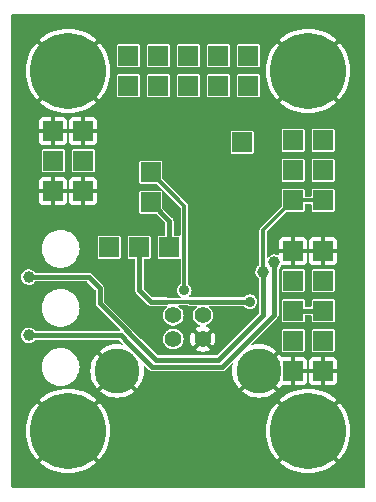
<source format=gbr>
%TF.GenerationSoftware,KiCad,Pcbnew,6.0.11+dfsg-1~bpo11+1*%
%TF.CreationDate,2023-05-28T09:25:34+00:00*%
%TF.ProjectId,USBI2C01,55534249-3243-4303-912e-6b696361645f,I2CUSB01A*%
%TF.SameCoordinates,Original*%
%TF.FileFunction,Copper,L1,Top*%
%TF.FilePolarity,Positive*%
%FSLAX46Y46*%
G04 Gerber Fmt 4.6, Leading zero omitted, Abs format (unit mm)*
G04 Created by KiCad (PCBNEW 6.0.11+dfsg-1~bpo11+1) date 2023-05-28 09:25:34*
%MOMM*%
%LPD*%
G01*
G04 APERTURE LIST*
%TA.AperFunction,ComponentPad*%
%ADD10C,6.451600*%
%TD*%
%TA.AperFunction,ComponentPad*%
%ADD11R,1.651000X1.651000*%
%TD*%
%TA.AperFunction,ComponentPad*%
%ADD12C,1.422400*%
%TD*%
%TA.AperFunction,ComponentPad*%
%ADD13C,3.810000*%
%TD*%
%TA.AperFunction,ViaPad*%
%ADD14C,0.906400*%
%TD*%
%TA.AperFunction,ViaPad*%
%ADD15C,1.006400*%
%TD*%
%TA.AperFunction,Conductor*%
%ADD16C,0.406400*%
%TD*%
%TA.AperFunction,Conductor*%
%ADD17C,0.304800*%
%TD*%
G04 APERTURE END LIST*
D10*
%TO.P,X4,P$1,P$1*%
%TO.N,GND*%
X138341100Y-89763600D03*
%TD*%
%TO.P,X3,P$1,P$1*%
%TO.N,GND*%
X138341100Y-120243600D03*
%TD*%
D11*
%TO.P,SV7,1*%
%TO.N,Net-(SV7-Pad1)*%
X153104850Y-95796100D03*
%TD*%
%TO.P,SV4,1*%
%TO.N,Net-(D2-PadK)*%
X159931100Y-100717350D03*
%TO.P,SV4,2*%
X157391100Y-100717350D03*
%TO.P,SV4,3*%
%TO.N,Net-(X1-PadP$22)*%
X159931100Y-98177350D03*
%TO.P,SV4,4*%
X157391100Y-98177350D03*
%TO.P,SV4,5*%
%TO.N,Net-(X1-PadP$21)*%
X159931100Y-95637350D03*
%TO.P,SV4,6*%
X157391100Y-95637350D03*
%TD*%
D10*
%TO.P,X6,P$1,P$1*%
%TO.N,GND*%
X158661100Y-89763600D03*
%TD*%
D11*
%TO.P,SV3,1*%
%TO.N,+3.3V*%
X146913600Y-104686100D03*
%TO.P,SV3,2*%
%TO.N,Net-(SV3-Pad2)*%
X144373600Y-104686100D03*
%TO.P,SV3,3*%
%TO.N,+5V*%
X141833600Y-104686100D03*
%TD*%
%TO.P,SV6,1*%
%TO.N,GND*%
X139611100Y-99923600D03*
%TO.P,SV6,2*%
X137071100Y-99923600D03*
%TO.P,SV6,3*%
%TO.N,+5V*%
X139611100Y-97383600D03*
%TO.P,SV6,4*%
X137071100Y-97383600D03*
%TO.P,SV6,5*%
%TO.N,GND*%
X139611100Y-94843600D03*
%TO.P,SV6,6*%
X137071100Y-94843600D03*
%TD*%
%TO.P,SV2,1*%
%TO.N,GND*%
X159931100Y-115163600D03*
%TO.P,SV2,2*%
X157391100Y-115163600D03*
%TO.P,SV2,3*%
%TO.N,Net-(X1-PadP$1)*%
X159931100Y-112623600D03*
%TO.P,SV2,4*%
X157391100Y-112623600D03*
%TO.P,SV2,5*%
%TO.N,Net-(SV3-Pad2)*%
X159931100Y-110083600D03*
%TO.P,SV2,6*%
X157391100Y-110083600D03*
%TO.P,SV2,7*%
%TO.N,Net-(X1-PadP$24)*%
X159931100Y-107543600D03*
%TO.P,SV2,8*%
X157391100Y-107543600D03*
%TO.P,SV2,9*%
%TO.N,GND*%
X159931100Y-105003600D03*
%TO.P,SV2,10*%
X157391100Y-105003600D03*
%TD*%
D10*
%TO.P,X5,P$1,P$1*%
%TO.N,GND*%
X158661100Y-120243600D03*
%TD*%
D11*
%TO.P,SV5,1*%
%TO.N,Net-(SV5-Pad1)*%
X153581100Y-88493600D03*
%TO.P,SV5,2*%
X153581100Y-91033600D03*
%TO.P,SV5,3*%
%TO.N,Net-(X1-PadP$15)*%
X151041100Y-88493600D03*
%TO.P,SV5,4*%
X151041100Y-91033600D03*
%TO.P,SV5,5*%
%TO.N,Net-(X1-PadP$14)*%
X148501100Y-88493600D03*
%TO.P,SV5,6*%
X148501100Y-91033600D03*
%TO.P,SV5,7*%
%TO.N,Net-(X1-PadP$13)*%
X145961100Y-88493600D03*
%TO.P,SV5,8*%
X145961100Y-91033600D03*
%TO.P,SV5,9*%
%TO.N,Net-(X1-PadP$12)*%
X143421100Y-88493600D03*
%TO.P,SV5,10*%
X143421100Y-91033600D03*
%TD*%
%TO.P,SV1,1*%
%TO.N,+3.3V*%
X145326100Y-100876100D03*
%TO.P,SV1,2*%
%TO.N,Net-(R5-Pad2)*%
X145326100Y-98336100D03*
%TD*%
D12*
%TO.P,X2,1,+5V*%
%TO.N,Net-(P1-Pad1)*%
X149751100Y-110463600D03*
%TO.P,X2,2,DATA-*%
%TO.N,Net-(D4-Pad4)*%
X147251100Y-110463600D03*
%TO.P,X2,3,DATA+*%
%TO.N,Net-(D4-Pad5)*%
X147251100Y-112463600D03*
%TO.P,X2,4,GND*%
%TO.N,GND*%
X149751100Y-112463600D03*
D13*
%TO.P,X2,GND,GND*%
X142501100Y-115163600D03*
%TO.P,X2,GND2,GND*%
X154501100Y-115163600D03*
%TD*%
D14*
%TO.N,GND*%
X151517350Y-111036100D03*
X153422350Y-110401100D03*
X145484850Y-111353600D03*
X145484850Y-110242350D03*
X144373600Y-110242350D03*
D15*
%TO.N,Net-(D2-PadK)*%
X154851100Y-106749850D03*
X135007350Y-107226100D03*
D14*
%TO.N,Net-(R5-Pad2)*%
X148183600Y-108337350D03*
D15*
%TO.N,Net-(X1-PadP$22)*%
X135007350Y-112147350D03*
X155803600Y-105956100D03*
D14*
%TO.N,Net-(SV3-Pad2)*%
X153739850Y-109289850D03*
%TD*%
D16*
%TO.N,+3.3V*%
X146913600Y-104686100D02*
X146913600Y-102463600D01*
X146913600Y-102463600D02*
X145326100Y-100876100D01*
%TO.N,Net-(D2-PadK)*%
X135007350Y-107226100D02*
X140087350Y-107226100D01*
X151041100Y-114211100D02*
X154851100Y-110401100D01*
X141039850Y-108178600D02*
X140087350Y-107226100D01*
X141039850Y-109448600D02*
X141039850Y-108178600D01*
D17*
X157391100Y-100717350D02*
X159931100Y-100717350D01*
X154851100Y-106749850D02*
X154851100Y-103257350D01*
X154851100Y-103257350D02*
X157391100Y-100717350D01*
D16*
X154851100Y-110401100D02*
X154851100Y-106749850D01*
X145802350Y-114211100D02*
X151041100Y-114211100D01*
X145802350Y-114211100D02*
X141039850Y-109448600D01*
D17*
%TO.N,Net-(R5-Pad2)*%
X148183600Y-101193600D02*
X145326100Y-98336100D01*
X148183600Y-108337350D02*
X148183600Y-101193600D01*
D16*
%TO.N,Net-(X1-PadP$22)*%
X142786100Y-112147350D02*
X135007350Y-112147350D01*
X143421100Y-112782350D02*
X145484850Y-114846100D01*
X143421100Y-112782350D02*
X142786100Y-112147350D01*
X151358600Y-114846100D02*
X155486100Y-110718600D01*
X145484850Y-114846100D02*
X151358600Y-114846100D01*
X155803600Y-110401100D02*
X155486100Y-110718600D01*
X155803600Y-105956100D02*
X155803600Y-110401100D01*
%TO.N,Net-(SV3-Pad2)*%
X148659850Y-109289850D02*
X153739850Y-109289850D01*
X144373600Y-104686100D02*
X144373600Y-108337350D01*
D17*
X146596100Y-109289850D02*
X148659850Y-109289850D01*
D16*
X145326100Y-109289850D02*
X146596100Y-109289850D01*
X157391100Y-110083600D02*
X159931100Y-110083600D01*
X144373600Y-108337350D02*
X145167350Y-109131100D01*
X145167350Y-109131100D02*
X145326100Y-109289850D01*
%TD*%
%TA.AperFunction,Conductor*%
%TO.N,GND*%
G36*
X163434738Y-84980693D02*
G01*
X163460458Y-85025242D01*
X163461600Y-85038300D01*
X163461600Y-124968900D01*
X163444007Y-125017238D01*
X163399458Y-125042958D01*
X163386400Y-125044100D01*
X133615800Y-125044100D01*
X133567462Y-125026507D01*
X133541742Y-124981958D01*
X133540600Y-124968900D01*
X133540600Y-122901329D01*
X135939482Y-122901329D01*
X135941067Y-122907247D01*
X135943454Y-122909396D01*
X136232058Y-123143103D01*
X136235237Y-123145413D01*
X136546700Y-123347679D01*
X136550087Y-123349634D01*
X136880989Y-123518238D01*
X136884580Y-123519836D01*
X137231266Y-123652916D01*
X137235023Y-123654137D01*
X137593724Y-123750251D01*
X137597584Y-123751071D01*
X137964361Y-123809163D01*
X137968282Y-123809575D01*
X138339135Y-123829011D01*
X138343065Y-123829011D01*
X138713918Y-123809575D01*
X138717839Y-123809163D01*
X139084616Y-123751071D01*
X139088476Y-123750251D01*
X139447177Y-123654137D01*
X139450934Y-123652916D01*
X139797620Y-123519836D01*
X139801211Y-123518238D01*
X140132113Y-123349634D01*
X140135500Y-123347679D01*
X140446963Y-123145413D01*
X140450142Y-123143103D01*
X140738452Y-122909634D01*
X140742324Y-122901329D01*
X156259482Y-122901329D01*
X156261067Y-122907247D01*
X156263454Y-122909396D01*
X156552058Y-123143103D01*
X156555237Y-123145413D01*
X156866700Y-123347679D01*
X156870087Y-123349634D01*
X157200989Y-123518238D01*
X157204580Y-123519836D01*
X157551266Y-123652916D01*
X157555023Y-123654137D01*
X157913724Y-123750251D01*
X157917584Y-123751071D01*
X158284361Y-123809163D01*
X158288282Y-123809575D01*
X158659135Y-123829011D01*
X158663065Y-123829011D01*
X159033918Y-123809575D01*
X159037839Y-123809163D01*
X159404616Y-123751071D01*
X159408476Y-123750251D01*
X159767177Y-123654137D01*
X159770934Y-123652916D01*
X160117620Y-123519836D01*
X160121211Y-123518238D01*
X160452113Y-123349634D01*
X160455500Y-123347679D01*
X160766963Y-123145413D01*
X160770142Y-123143103D01*
X161058452Y-122909634D01*
X161062718Y-122900485D01*
X161061113Y-122894494D01*
X158670477Y-120503858D01*
X158660678Y-120499289D01*
X158654687Y-120500894D01*
X156264051Y-122891530D01*
X156259482Y-122901329D01*
X140742324Y-122901329D01*
X140742718Y-122900485D01*
X140741113Y-122894494D01*
X138350477Y-120503858D01*
X138340678Y-120499289D01*
X138334687Y-120500894D01*
X135944051Y-122891530D01*
X135939482Y-122901329D01*
X133540600Y-122901329D01*
X133540600Y-120245565D01*
X134755689Y-120245565D01*
X134775125Y-120616418D01*
X134775537Y-120620339D01*
X134833629Y-120987116D01*
X134834449Y-120990976D01*
X134930563Y-121349677D01*
X134931784Y-121353434D01*
X135064864Y-121700120D01*
X135066462Y-121703711D01*
X135235066Y-122034613D01*
X135237021Y-122038000D01*
X135439287Y-122349463D01*
X135441597Y-122352642D01*
X135675066Y-122640952D01*
X135684215Y-122645218D01*
X135690206Y-122643613D01*
X138080842Y-120252977D01*
X138085017Y-120244022D01*
X138596789Y-120244022D01*
X138598394Y-120250013D01*
X140989030Y-122640649D01*
X140998829Y-122645218D01*
X141004747Y-122643633D01*
X141006896Y-122641246D01*
X141240603Y-122352642D01*
X141242913Y-122349463D01*
X141445179Y-122038000D01*
X141447134Y-122034613D01*
X141615738Y-121703711D01*
X141617336Y-121700120D01*
X141750416Y-121353434D01*
X141751637Y-121349677D01*
X141847751Y-120990976D01*
X141848571Y-120987116D01*
X141906663Y-120620339D01*
X141907075Y-120616418D01*
X141926511Y-120245565D01*
X155075689Y-120245565D01*
X155095125Y-120616418D01*
X155095537Y-120620339D01*
X155153629Y-120987116D01*
X155154449Y-120990976D01*
X155250563Y-121349677D01*
X155251784Y-121353434D01*
X155384864Y-121700120D01*
X155386462Y-121703711D01*
X155555066Y-122034613D01*
X155557021Y-122038000D01*
X155759287Y-122349463D01*
X155761597Y-122352642D01*
X155995066Y-122640952D01*
X156004215Y-122645218D01*
X156010206Y-122643613D01*
X158400842Y-120252977D01*
X158405017Y-120244022D01*
X158916789Y-120244022D01*
X158918394Y-120250013D01*
X161309030Y-122640649D01*
X161318829Y-122645218D01*
X161324747Y-122643633D01*
X161326896Y-122641246D01*
X161560603Y-122352642D01*
X161562913Y-122349463D01*
X161765179Y-122038000D01*
X161767134Y-122034613D01*
X161935738Y-121703711D01*
X161937336Y-121700120D01*
X162070416Y-121353434D01*
X162071637Y-121349677D01*
X162167751Y-120990976D01*
X162168571Y-120987116D01*
X162226663Y-120620339D01*
X162227075Y-120616418D01*
X162246511Y-120245565D01*
X162246511Y-120241635D01*
X162227075Y-119870782D01*
X162226663Y-119866861D01*
X162168571Y-119500084D01*
X162167751Y-119496224D01*
X162071637Y-119137523D01*
X162070416Y-119133766D01*
X161937336Y-118787080D01*
X161935738Y-118783489D01*
X161767134Y-118452587D01*
X161765179Y-118449200D01*
X161562913Y-118137737D01*
X161560603Y-118134558D01*
X161327134Y-117846248D01*
X161317985Y-117841982D01*
X161311994Y-117843587D01*
X158921358Y-120234223D01*
X158916789Y-120244022D01*
X158405017Y-120244022D01*
X158405411Y-120243178D01*
X158403806Y-120237187D01*
X156013170Y-117846551D01*
X156003371Y-117841982D01*
X155997453Y-117843567D01*
X155995304Y-117845954D01*
X155761597Y-118134558D01*
X155759287Y-118137737D01*
X155557021Y-118449200D01*
X155555066Y-118452587D01*
X155386462Y-118783489D01*
X155384864Y-118787080D01*
X155251784Y-119133766D01*
X155250563Y-119137523D01*
X155154449Y-119496224D01*
X155153629Y-119500084D01*
X155095537Y-119866861D01*
X155095125Y-119870782D01*
X155075689Y-120241635D01*
X155075689Y-120245565D01*
X141926511Y-120245565D01*
X141926511Y-120241635D01*
X141907075Y-119870782D01*
X141906663Y-119866861D01*
X141848571Y-119500084D01*
X141847751Y-119496224D01*
X141751637Y-119137523D01*
X141750416Y-119133766D01*
X141617336Y-118787080D01*
X141615738Y-118783489D01*
X141447134Y-118452587D01*
X141445179Y-118449200D01*
X141242913Y-118137737D01*
X141240603Y-118134558D01*
X141007134Y-117846248D01*
X140997985Y-117841982D01*
X140991994Y-117843587D01*
X138601358Y-120234223D01*
X138596789Y-120244022D01*
X138085017Y-120244022D01*
X138085411Y-120243178D01*
X138083806Y-120237187D01*
X135693170Y-117846551D01*
X135683371Y-117841982D01*
X135677453Y-117843567D01*
X135675304Y-117845954D01*
X135441597Y-118134558D01*
X135439287Y-118137737D01*
X135237021Y-118449200D01*
X135235066Y-118452587D01*
X135066462Y-118783489D01*
X135064864Y-118787080D01*
X134931784Y-119133766D01*
X134930563Y-119137523D01*
X134834449Y-119496224D01*
X134833629Y-119500084D01*
X134775537Y-119866861D01*
X134775125Y-119870782D01*
X134755689Y-120241635D01*
X134755689Y-120245565D01*
X133540600Y-120245565D01*
X133540600Y-117586715D01*
X135939482Y-117586715D01*
X135941087Y-117592706D01*
X138331723Y-119983342D01*
X138341522Y-119987911D01*
X138347513Y-119986306D01*
X140738149Y-117595670D01*
X140742324Y-117586715D01*
X156259482Y-117586715D01*
X156261087Y-117592706D01*
X158651723Y-119983342D01*
X158661522Y-119987911D01*
X158667513Y-119986306D01*
X161058149Y-117595670D01*
X161062718Y-117585871D01*
X161061133Y-117579953D01*
X161058746Y-117577804D01*
X160770142Y-117344097D01*
X160766963Y-117341787D01*
X160455500Y-117139521D01*
X160452113Y-117137566D01*
X160121211Y-116968962D01*
X160117620Y-116967364D01*
X159770934Y-116834284D01*
X159767177Y-116833063D01*
X159408476Y-116736949D01*
X159404616Y-116736129D01*
X159037839Y-116678037D01*
X159033918Y-116677625D01*
X158663065Y-116658189D01*
X158659135Y-116658189D01*
X158288282Y-116677625D01*
X158284361Y-116678037D01*
X157917584Y-116736129D01*
X157913724Y-116736949D01*
X157555023Y-116833063D01*
X157551266Y-116834284D01*
X157204580Y-116967364D01*
X157200989Y-116968962D01*
X156870087Y-117137566D01*
X156866700Y-117139521D01*
X156555237Y-117341787D01*
X156552058Y-117344097D01*
X156263748Y-117577566D01*
X156259482Y-117586715D01*
X140742324Y-117586715D01*
X140742718Y-117585871D01*
X140741133Y-117579953D01*
X140738746Y-117577804D01*
X140450142Y-117344097D01*
X140446963Y-117341787D01*
X140135500Y-117139521D01*
X140132113Y-117137566D01*
X139801211Y-116968962D01*
X139797620Y-116967364D01*
X139576776Y-116882590D01*
X141038222Y-116882590D01*
X141039551Y-116887550D01*
X141120614Y-116958640D01*
X141124521Y-116961638D01*
X141366729Y-117123477D01*
X141370979Y-117125931D01*
X141632247Y-117254774D01*
X141636791Y-117256655D01*
X141912635Y-117350292D01*
X141917379Y-117351563D01*
X142203083Y-117408393D01*
X142207967Y-117409036D01*
X142498644Y-117428088D01*
X142503556Y-117428088D01*
X142794233Y-117409036D01*
X142799117Y-117408393D01*
X143084821Y-117351563D01*
X143089565Y-117350292D01*
X143365409Y-117256655D01*
X143369953Y-117254774D01*
X143631221Y-117125931D01*
X143635471Y-117123477D01*
X143877679Y-116961638D01*
X143881586Y-116958640D01*
X143958816Y-116890911D01*
X143963382Y-116882590D01*
X153038222Y-116882590D01*
X153039551Y-116887550D01*
X153120614Y-116958640D01*
X153124521Y-116961638D01*
X153366729Y-117123477D01*
X153370979Y-117125931D01*
X153632247Y-117254774D01*
X153636791Y-117256655D01*
X153912635Y-117350292D01*
X153917379Y-117351563D01*
X154203083Y-117408393D01*
X154207967Y-117409036D01*
X154498644Y-117428088D01*
X154503556Y-117428088D01*
X154794233Y-117409036D01*
X154799117Y-117408393D01*
X155084821Y-117351563D01*
X155089565Y-117350292D01*
X155365409Y-117256655D01*
X155369953Y-117254774D01*
X155631221Y-117125931D01*
X155635471Y-117123477D01*
X155877679Y-116961638D01*
X155881586Y-116958640D01*
X155958816Y-116890911D01*
X155964016Y-116881434D01*
X155963014Y-116876396D01*
X154510477Y-115423858D01*
X154500678Y-115419289D01*
X154494687Y-115420894D01*
X153042791Y-116872791D01*
X153038222Y-116882590D01*
X143963382Y-116882590D01*
X143964016Y-116881434D01*
X143963014Y-116876396D01*
X142510477Y-115423858D01*
X142500678Y-115419289D01*
X142494687Y-115420894D01*
X141042791Y-116872791D01*
X141038222Y-116882590D01*
X139576776Y-116882590D01*
X139450934Y-116834284D01*
X139447177Y-116833063D01*
X139088476Y-116736949D01*
X139084616Y-116736129D01*
X138717839Y-116678037D01*
X138713918Y-116677625D01*
X138343065Y-116658189D01*
X138339135Y-116658189D01*
X137968282Y-116677625D01*
X137964361Y-116678037D01*
X137597584Y-116736129D01*
X137593724Y-116736949D01*
X137235023Y-116833063D01*
X137231266Y-116834284D01*
X136884580Y-116967364D01*
X136880989Y-116968962D01*
X136550087Y-117137566D01*
X136546700Y-117139521D01*
X136235237Y-117341787D01*
X136232058Y-117344097D01*
X135943748Y-117577566D01*
X135939482Y-117586715D01*
X133540600Y-117586715D01*
X133540600Y-114823600D01*
X136100651Y-114823600D01*
X136100883Y-114826548D01*
X136120124Y-115071020D01*
X136120417Y-115074748D01*
X136121107Y-115077622D01*
X136150531Y-115200181D01*
X136179227Y-115319711D01*
X136180357Y-115322440D01*
X136180359Y-115322445D01*
X136193537Y-115354259D01*
X136275634Y-115552459D01*
X136407264Y-115767259D01*
X136570876Y-115958824D01*
X136762441Y-116122436D01*
X136764964Y-116123982D01*
X136974716Y-116252519D01*
X136974719Y-116252521D01*
X136977241Y-116254066D01*
X137033046Y-116277181D01*
X137207255Y-116349341D01*
X137207260Y-116349343D01*
X137209989Y-116350473D01*
X137212866Y-116351164D01*
X137212870Y-116351165D01*
X137439668Y-116405614D01*
X137454952Y-116409283D01*
X137457896Y-116409515D01*
X137457898Y-116409515D01*
X137641740Y-116423984D01*
X137641748Y-116423984D01*
X137643218Y-116424100D01*
X137768982Y-116424100D01*
X137770452Y-116423984D01*
X137770460Y-116423984D01*
X137954302Y-116409515D01*
X137954304Y-116409515D01*
X137957248Y-116409283D01*
X137972532Y-116405614D01*
X138199330Y-116351165D01*
X138199334Y-116351164D01*
X138202211Y-116350473D01*
X138204940Y-116349343D01*
X138204945Y-116349341D01*
X138379154Y-116277181D01*
X138434959Y-116254066D01*
X138437481Y-116252521D01*
X138437484Y-116252519D01*
X138647236Y-116123982D01*
X138649759Y-116122436D01*
X138841324Y-115958824D01*
X139004936Y-115767259D01*
X139136566Y-115552459D01*
X139218663Y-115354259D01*
X139231841Y-115322445D01*
X139231843Y-115322440D01*
X139232973Y-115319711D01*
X139261670Y-115200181D01*
X139269862Y-115166056D01*
X140236612Y-115166056D01*
X140255664Y-115456733D01*
X140256307Y-115461617D01*
X140313137Y-115747321D01*
X140314408Y-115752065D01*
X140408045Y-116027909D01*
X140409926Y-116032453D01*
X140538768Y-116293717D01*
X140541222Y-116297968D01*
X140703068Y-116540188D01*
X140706056Y-116544082D01*
X140773789Y-116621316D01*
X140783266Y-116626516D01*
X140788304Y-116625514D01*
X142240842Y-115172977D01*
X142245411Y-115163178D01*
X142243806Y-115157187D01*
X140791909Y-113705291D01*
X140782110Y-113700722D01*
X140777150Y-113702051D01*
X140706056Y-113783118D01*
X140703068Y-113787012D01*
X140541222Y-114029232D01*
X140538768Y-114033483D01*
X140409926Y-114294747D01*
X140408045Y-114299291D01*
X140314408Y-114575135D01*
X140313137Y-114579879D01*
X140256307Y-114865583D01*
X140255664Y-114870467D01*
X140236612Y-115161144D01*
X140236612Y-115166056D01*
X139269862Y-115166056D01*
X139291093Y-115077622D01*
X139291783Y-115074748D01*
X139292077Y-115071020D01*
X139311317Y-114826548D01*
X139311549Y-114823600D01*
X139291783Y-114572452D01*
X139232973Y-114327489D01*
X139224578Y-114307220D01*
X139137697Y-114097472D01*
X139136566Y-114094741D01*
X139076401Y-113996560D01*
X139006482Y-113882464D01*
X139004936Y-113879941D01*
X138841324Y-113688376D01*
X138649759Y-113524764D01*
X138597699Y-113492861D01*
X138437484Y-113394681D01*
X138437481Y-113394679D01*
X138434959Y-113393134D01*
X138318685Y-113344972D01*
X138204945Y-113297859D01*
X138204940Y-113297857D01*
X138202211Y-113296727D01*
X138199334Y-113296036D01*
X138199330Y-113296035D01*
X137960122Y-113238607D01*
X137957248Y-113237917D01*
X137954304Y-113237685D01*
X137954302Y-113237685D01*
X137770460Y-113223216D01*
X137770452Y-113223216D01*
X137768982Y-113223100D01*
X137643218Y-113223100D01*
X137641748Y-113223216D01*
X137641740Y-113223216D01*
X137457898Y-113237685D01*
X137457896Y-113237685D01*
X137454952Y-113237917D01*
X137452078Y-113238607D01*
X137212870Y-113296035D01*
X137212866Y-113296036D01*
X137209989Y-113296727D01*
X137207260Y-113297857D01*
X137207255Y-113297859D01*
X137093515Y-113344972D01*
X136977241Y-113393134D01*
X136974719Y-113394679D01*
X136974716Y-113394681D01*
X136814501Y-113492861D01*
X136762441Y-113524764D01*
X136570876Y-113688376D01*
X136407264Y-113879941D01*
X136405718Y-113882464D01*
X136335800Y-113996560D01*
X136275634Y-114094741D01*
X136274503Y-114097472D01*
X136187623Y-114307220D01*
X136179227Y-114327489D01*
X136120417Y-114572452D01*
X136100651Y-114823600D01*
X133540600Y-114823600D01*
X133540600Y-112140429D01*
X134346467Y-112140429D01*
X134363893Y-112298271D01*
X134418467Y-112447401D01*
X134420991Y-112451157D01*
X134420993Y-112451161D01*
X134470931Y-112525476D01*
X134507038Y-112579208D01*
X134624492Y-112686083D01*
X134628473Y-112688244D01*
X134628475Y-112688246D01*
X134685649Y-112719289D01*
X134764049Y-112761857D01*
X134768428Y-112763006D01*
X134768431Y-112763007D01*
X134913273Y-112801005D01*
X134917653Y-112802154D01*
X134981674Y-112803160D01*
X135071903Y-112804577D01*
X135071905Y-112804577D01*
X135076435Y-112804648D01*
X135080853Y-112803636D01*
X135080855Y-112803636D01*
X135226806Y-112770209D01*
X135226808Y-112770208D01*
X135231228Y-112769196D01*
X135373097Y-112697843D01*
X135386867Y-112686083D01*
X135490406Y-112597652D01*
X135493851Y-112594710D01*
X135536925Y-112534766D01*
X135579419Y-112505780D01*
X135597993Y-112503450D01*
X142607451Y-112503450D01*
X142655789Y-112521043D01*
X142660625Y-112525476D01*
X142941941Y-112806792D01*
X142963681Y-112853412D01*
X142950367Y-112903099D01*
X142908230Y-112932604D01*
X142874096Y-112933721D01*
X142799117Y-112918807D01*
X142794233Y-112918164D01*
X142503556Y-112899112D01*
X142498644Y-112899112D01*
X142207967Y-112918164D01*
X142203083Y-112918807D01*
X141917379Y-112975637D01*
X141912635Y-112976908D01*
X141636791Y-113070545D01*
X141632247Y-113072426D01*
X141370983Y-113201268D01*
X141366732Y-113203722D01*
X141124512Y-113365568D01*
X141120618Y-113368556D01*
X141043384Y-113436289D01*
X141038184Y-113445766D01*
X141039186Y-113450804D01*
X142501100Y-114912719D01*
X144210291Y-116621909D01*
X144220090Y-116626478D01*
X144225050Y-116625149D01*
X144296144Y-116544082D01*
X144299132Y-116540188D01*
X144460978Y-116297968D01*
X144463432Y-116293717D01*
X144592274Y-116032453D01*
X144594155Y-116027909D01*
X144687792Y-115752065D01*
X144689063Y-115747321D01*
X144745893Y-115461617D01*
X144746536Y-115456733D01*
X144765588Y-115166056D01*
X144765588Y-115161144D01*
X144746536Y-114870467D01*
X144745893Y-114865583D01*
X144730979Y-114790605D01*
X144738804Y-114739764D01*
X144777478Y-114705847D01*
X144828906Y-114704725D01*
X144857908Y-114722760D01*
X145200505Y-115065357D01*
X145210507Y-115077740D01*
X145214454Y-115083854D01*
X145214456Y-115083856D01*
X145217825Y-115089074D01*
X145222706Y-115092921D01*
X145222706Y-115092922D01*
X145244570Y-115110158D01*
X145251188Y-115116040D01*
X145253968Y-115118820D01*
X145256494Y-115120625D01*
X145256495Y-115120626D01*
X145269525Y-115129938D01*
X145272356Y-115132064D01*
X145300466Y-115154223D01*
X145310925Y-115162468D01*
X145316791Y-115164528D01*
X145317839Y-115165104D01*
X145318556Y-115165555D01*
X145319112Y-115165844D01*
X145319879Y-115166165D01*
X145320966Y-115166698D01*
X145326021Y-115170310D01*
X145331973Y-115172090D01*
X145331975Y-115172091D01*
X145350430Y-115177610D01*
X145373096Y-115184388D01*
X145376415Y-115185466D01*
X145422779Y-115201748D01*
X145427998Y-115202200D01*
X145429353Y-115202200D01*
X145433962Y-115202590D01*
X145439601Y-115204277D01*
X145490991Y-115202258D01*
X145493944Y-115202200D01*
X151312579Y-115202200D01*
X151328407Y-115203885D01*
X151341593Y-115206724D01*
X151347761Y-115205994D01*
X151347763Y-115205994D01*
X151375414Y-115202721D01*
X151384253Y-115202200D01*
X151388184Y-115202200D01*
X151391244Y-115201691D01*
X151391252Y-115201690D01*
X151407033Y-115199063D01*
X151410529Y-115198565D01*
X151440291Y-115195042D01*
X151453147Y-115193521D01*
X151453148Y-115193521D01*
X151459322Y-115192790D01*
X151464927Y-115190098D01*
X151466081Y-115189763D01*
X151466896Y-115189577D01*
X151467508Y-115189384D01*
X151468279Y-115189068D01*
X151469413Y-115188680D01*
X151475542Y-115187660D01*
X151481010Y-115184710D01*
X151481012Y-115184709D01*
X151515974Y-115165844D01*
X151518769Y-115164336D01*
X151521882Y-115162749D01*
X151566190Y-115141472D01*
X151570200Y-115138101D01*
X151571154Y-115137147D01*
X151574690Y-115134162D01*
X151579874Y-115131365D01*
X151614805Y-115093577D01*
X151616852Y-115091449D01*
X152183710Y-114524591D01*
X152230330Y-114502851D01*
X152280017Y-114516165D01*
X152309522Y-114558302D01*
X152310639Y-114592436D01*
X152256307Y-114865583D01*
X152255664Y-114870467D01*
X152236612Y-115161144D01*
X152236612Y-115166056D01*
X152255664Y-115456733D01*
X152256307Y-115461617D01*
X152313137Y-115747321D01*
X152314408Y-115752065D01*
X152408045Y-116027909D01*
X152409926Y-116032453D01*
X152538768Y-116293717D01*
X152541222Y-116297968D01*
X152703068Y-116540188D01*
X152706056Y-116544082D01*
X152773789Y-116621316D01*
X152783266Y-116626516D01*
X152788304Y-116625514D01*
X154249797Y-115164022D01*
X154756789Y-115164022D01*
X154758394Y-115170013D01*
X156210291Y-116621909D01*
X156220090Y-116626478D01*
X156225050Y-116625149D01*
X156296144Y-116544082D01*
X156299132Y-116540188D01*
X156412933Y-116369872D01*
X156454417Y-116339455D01*
X156486317Y-116337239D01*
X156529270Y-116343506D01*
X156534701Y-116343900D01*
X157200441Y-116343900D01*
X157210598Y-116340203D01*
X157213700Y-116334831D01*
X157213700Y-116330640D01*
X157568500Y-116330640D01*
X157572197Y-116340797D01*
X157577569Y-116343899D01*
X158247480Y-116343899D01*
X158252949Y-116343498D01*
X158314184Y-116334485D01*
X158325209Y-116331059D01*
X158420417Y-116284315D01*
X158430382Y-116277181D01*
X158505051Y-116202380D01*
X158512172Y-116192398D01*
X158558752Y-116097105D01*
X158562156Y-116086091D01*
X158571006Y-116025432D01*
X158571400Y-116019999D01*
X158571400Y-116019980D01*
X158750801Y-116019980D01*
X158751202Y-116025449D01*
X158760215Y-116086684D01*
X158763641Y-116097709D01*
X158810385Y-116192917D01*
X158817519Y-116202882D01*
X158892320Y-116277551D01*
X158902302Y-116284672D01*
X158997595Y-116331252D01*
X159008609Y-116334656D01*
X159069268Y-116343506D01*
X159074701Y-116343900D01*
X159740441Y-116343900D01*
X159750598Y-116340203D01*
X159753700Y-116334831D01*
X159753700Y-116330640D01*
X160108500Y-116330640D01*
X160112197Y-116340797D01*
X160117569Y-116343899D01*
X160787480Y-116343899D01*
X160792949Y-116343498D01*
X160854184Y-116334485D01*
X160865209Y-116331059D01*
X160960417Y-116284315D01*
X160970382Y-116277181D01*
X161045051Y-116202380D01*
X161052172Y-116192398D01*
X161098752Y-116097105D01*
X161102156Y-116086091D01*
X161111006Y-116025432D01*
X161111400Y-116019999D01*
X161111400Y-115354259D01*
X161107703Y-115344102D01*
X161102331Y-115341000D01*
X160121759Y-115341000D01*
X160111602Y-115344697D01*
X160108500Y-115350069D01*
X160108500Y-116330640D01*
X159753700Y-116330640D01*
X159753700Y-115354259D01*
X159750003Y-115344102D01*
X159744631Y-115341000D01*
X158764060Y-115341000D01*
X158753903Y-115344697D01*
X158750801Y-115350069D01*
X158750801Y-116019980D01*
X158571400Y-116019980D01*
X158571400Y-115354259D01*
X158567703Y-115344102D01*
X158562331Y-115341000D01*
X157581759Y-115341000D01*
X157571602Y-115344697D01*
X157568500Y-115350069D01*
X157568500Y-116330640D01*
X157213700Y-116330640D01*
X157213700Y-114972941D01*
X157568500Y-114972941D01*
X157572197Y-114983098D01*
X157577569Y-114986200D01*
X158558140Y-114986200D01*
X158568297Y-114982503D01*
X158571399Y-114977131D01*
X158571399Y-114972941D01*
X158750800Y-114972941D01*
X158754497Y-114983098D01*
X158759869Y-114986200D01*
X159740441Y-114986200D01*
X159750598Y-114982503D01*
X159753700Y-114977131D01*
X159753700Y-114972941D01*
X160108500Y-114972941D01*
X160112197Y-114983098D01*
X160117569Y-114986200D01*
X161098140Y-114986200D01*
X161108297Y-114982503D01*
X161111399Y-114977131D01*
X161111399Y-114307220D01*
X161110998Y-114301751D01*
X161101985Y-114240516D01*
X161098559Y-114229491D01*
X161051815Y-114134283D01*
X161044681Y-114124318D01*
X160969880Y-114049649D01*
X160959898Y-114042528D01*
X160864605Y-113995948D01*
X160853591Y-113992544D01*
X160792932Y-113983694D01*
X160787499Y-113983300D01*
X160121759Y-113983300D01*
X160111602Y-113986997D01*
X160108500Y-113992369D01*
X160108500Y-114972941D01*
X159753700Y-114972941D01*
X159753700Y-113996560D01*
X159750003Y-113986403D01*
X159744631Y-113983301D01*
X159074720Y-113983301D01*
X159069251Y-113983702D01*
X159008016Y-113992715D01*
X158996991Y-113996141D01*
X158901783Y-114042885D01*
X158891818Y-114050019D01*
X158817149Y-114124820D01*
X158810028Y-114134802D01*
X158763448Y-114230095D01*
X158760044Y-114241109D01*
X158751194Y-114301768D01*
X158750800Y-114307201D01*
X158750800Y-114972941D01*
X158571399Y-114972941D01*
X158571399Y-114307220D01*
X158570998Y-114301751D01*
X158561985Y-114240516D01*
X158558559Y-114229491D01*
X158511815Y-114134283D01*
X158504681Y-114124318D01*
X158429880Y-114049649D01*
X158419898Y-114042528D01*
X158324605Y-113995948D01*
X158313591Y-113992544D01*
X158252932Y-113983694D01*
X158247499Y-113983300D01*
X157581759Y-113983300D01*
X157571602Y-113986997D01*
X157568500Y-113992369D01*
X157568500Y-114972941D01*
X157213700Y-114972941D01*
X157213700Y-113996560D01*
X157210003Y-113986403D01*
X157204631Y-113983301D01*
X156534720Y-113983301D01*
X156529251Y-113983702D01*
X156486448Y-113990002D01*
X156436064Y-113979636D01*
X156412970Y-113957383D01*
X156299132Y-113787012D01*
X156296144Y-113783118D01*
X156228411Y-113705884D01*
X156218934Y-113700684D01*
X156213896Y-113701686D01*
X154761358Y-115154223D01*
X154756789Y-115164022D01*
X154249797Y-115164022D01*
X154501100Y-114912719D01*
X155959409Y-113454409D01*
X155963978Y-113444610D01*
X155962649Y-113439650D01*
X155881586Y-113368560D01*
X155877679Y-113365562D01*
X155635471Y-113203723D01*
X155631221Y-113201269D01*
X155369953Y-113072426D01*
X155365409Y-113070545D01*
X155089565Y-112976908D01*
X155084821Y-112975637D01*
X154799117Y-112918807D01*
X154794233Y-112918164D01*
X154503556Y-112899112D01*
X154498644Y-112899112D01*
X154207967Y-112918164D01*
X154203083Y-112918807D01*
X153929936Y-112973139D01*
X153879095Y-112965314D01*
X153845178Y-112926639D01*
X153844056Y-112875212D01*
X153862091Y-112846210D01*
X154925258Y-111783043D01*
X156412700Y-111783043D01*
X156412701Y-113464156D01*
X156421572Y-113508758D01*
X156455366Y-113559334D01*
X156461523Y-113563448D01*
X156499783Y-113589013D01*
X156499784Y-113589014D01*
X156505942Y-113593128D01*
X156550543Y-113602000D01*
X157390986Y-113602000D01*
X158231656Y-113601999D01*
X158276258Y-113593128D01*
X158326834Y-113559334D01*
X158330948Y-113553177D01*
X158356513Y-113514917D01*
X158356514Y-113514916D01*
X158360628Y-113508758D01*
X158369500Y-113464157D01*
X158369499Y-111783044D01*
X158369499Y-111783043D01*
X158952700Y-111783043D01*
X158952701Y-113464156D01*
X158961572Y-113508758D01*
X158995366Y-113559334D01*
X159001523Y-113563448D01*
X159039783Y-113589013D01*
X159039784Y-113589014D01*
X159045942Y-113593128D01*
X159090543Y-113602000D01*
X159930986Y-113602000D01*
X160771656Y-113601999D01*
X160816258Y-113593128D01*
X160866834Y-113559334D01*
X160870948Y-113553177D01*
X160896513Y-113514917D01*
X160896514Y-113514916D01*
X160900628Y-113508758D01*
X160909500Y-113464157D01*
X160909499Y-111783044D01*
X160900628Y-111738442D01*
X160866834Y-111687866D01*
X160822418Y-111658188D01*
X160822416Y-111658186D01*
X160816258Y-111654072D01*
X160771657Y-111645200D01*
X159931214Y-111645200D01*
X159090544Y-111645201D01*
X159045942Y-111654072D01*
X158995366Y-111687866D01*
X158991252Y-111694023D01*
X158978265Y-111713460D01*
X158961572Y-111738442D01*
X158952700Y-111783043D01*
X158369499Y-111783043D01*
X158360628Y-111738442D01*
X158326834Y-111687866D01*
X158282418Y-111658188D01*
X158282416Y-111658186D01*
X158276258Y-111654072D01*
X158231657Y-111645200D01*
X157391214Y-111645200D01*
X156550544Y-111645201D01*
X156505942Y-111654072D01*
X156455366Y-111687866D01*
X156451252Y-111694023D01*
X156438265Y-111713460D01*
X156421572Y-111738442D01*
X156412700Y-111783043D01*
X154925258Y-111783043D01*
X155758819Y-110949482D01*
X156022857Y-110685445D01*
X156035239Y-110675444D01*
X156041353Y-110671496D01*
X156046574Y-110668125D01*
X156067658Y-110641380D01*
X156073540Y-110634762D01*
X156076320Y-110631982D01*
X156087438Y-110616425D01*
X156089564Y-110613594D01*
X156116117Y-110579910D01*
X156119968Y-110575025D01*
X156122028Y-110569159D01*
X156122604Y-110568111D01*
X156123055Y-110567394D01*
X156123344Y-110566838D01*
X156123665Y-110566071D01*
X156124197Y-110564984D01*
X156127810Y-110559929D01*
X156141884Y-110512869D01*
X156142965Y-110509538D01*
X156159248Y-110463171D01*
X156159700Y-110457952D01*
X156159700Y-110456596D01*
X156160090Y-110451988D01*
X156161777Y-110446348D01*
X156159758Y-110394957D01*
X156159700Y-110392005D01*
X156159700Y-109243043D01*
X156412700Y-109243043D01*
X156412701Y-110924156D01*
X156421572Y-110968758D01*
X156455366Y-111019334D01*
X156461523Y-111023448D01*
X156499783Y-111049013D01*
X156499784Y-111049014D01*
X156505942Y-111053128D01*
X156550543Y-111062000D01*
X157390986Y-111062000D01*
X158231656Y-111061999D01*
X158276258Y-111053128D01*
X158326834Y-111019334D01*
X158360628Y-110968758D01*
X158369500Y-110924157D01*
X158369500Y-110514900D01*
X158387093Y-110466562D01*
X158431642Y-110440842D01*
X158444700Y-110439700D01*
X158877501Y-110439700D01*
X158925839Y-110457293D01*
X158951559Y-110501842D01*
X158952701Y-110514900D01*
X158952701Y-110924156D01*
X158961572Y-110968758D01*
X158995366Y-111019334D01*
X159001523Y-111023448D01*
X159039783Y-111049013D01*
X159039784Y-111049014D01*
X159045942Y-111053128D01*
X159090543Y-111062000D01*
X159930986Y-111062000D01*
X160771656Y-111061999D01*
X160816258Y-111053128D01*
X160866834Y-111019334D01*
X160900628Y-110968758D01*
X160909500Y-110924157D01*
X160909499Y-109243044D01*
X160900628Y-109198442D01*
X160866834Y-109147866D01*
X160849834Y-109136507D01*
X160822417Y-109118187D01*
X160822416Y-109118186D01*
X160816258Y-109114072D01*
X160771657Y-109105200D01*
X159931214Y-109105200D01*
X159090544Y-109105201D01*
X159045942Y-109114072D01*
X158995366Y-109147866D01*
X158961572Y-109198442D01*
X158952700Y-109243043D01*
X158952700Y-109652300D01*
X158935107Y-109700638D01*
X158890558Y-109726358D01*
X158877500Y-109727500D01*
X158444699Y-109727500D01*
X158396361Y-109709907D01*
X158370641Y-109665358D01*
X158369499Y-109652300D01*
X158369499Y-109243044D01*
X158360628Y-109198442D01*
X158326834Y-109147866D01*
X158309834Y-109136507D01*
X158282417Y-109118187D01*
X158282416Y-109118186D01*
X158276258Y-109114072D01*
X158231657Y-109105200D01*
X157391214Y-109105200D01*
X156550544Y-109105201D01*
X156505942Y-109114072D01*
X156455366Y-109147866D01*
X156421572Y-109198442D01*
X156412700Y-109243043D01*
X156159700Y-109243043D01*
X156159700Y-106703043D01*
X156412700Y-106703043D01*
X156412701Y-108384156D01*
X156421572Y-108428758D01*
X156455366Y-108479334D01*
X156461523Y-108483448D01*
X156499783Y-108509013D01*
X156499784Y-108509014D01*
X156505942Y-108513128D01*
X156550543Y-108522000D01*
X157390986Y-108522000D01*
X158231656Y-108521999D01*
X158276258Y-108513128D01*
X158326834Y-108479334D01*
X158349344Y-108445646D01*
X158356513Y-108434917D01*
X158356514Y-108434916D01*
X158360628Y-108428758D01*
X158369500Y-108384157D01*
X158369499Y-106703044D01*
X158369499Y-106703043D01*
X158952700Y-106703043D01*
X158952701Y-108384156D01*
X158961572Y-108428758D01*
X158995366Y-108479334D01*
X159001523Y-108483448D01*
X159039783Y-108509013D01*
X159039784Y-108509014D01*
X159045942Y-108513128D01*
X159090543Y-108522000D01*
X159930986Y-108522000D01*
X160771656Y-108521999D01*
X160816258Y-108513128D01*
X160866834Y-108479334D01*
X160889344Y-108445646D01*
X160896513Y-108434917D01*
X160896514Y-108434916D01*
X160900628Y-108428758D01*
X160909500Y-108384157D01*
X160909499Y-106703044D01*
X160900628Y-106658442D01*
X160866834Y-106607866D01*
X160840063Y-106589978D01*
X160822417Y-106578187D01*
X160822416Y-106578186D01*
X160816258Y-106574072D01*
X160803318Y-106571498D01*
X160775282Y-106565921D01*
X160775281Y-106565921D01*
X160771657Y-106565200D01*
X159931214Y-106565200D01*
X159090544Y-106565201D01*
X159045942Y-106574072D01*
X158995366Y-106607866D01*
X158961572Y-106658442D01*
X158952700Y-106703043D01*
X158369499Y-106703043D01*
X158360628Y-106658442D01*
X158326834Y-106607866D01*
X158300063Y-106589978D01*
X158282417Y-106578187D01*
X158282416Y-106578186D01*
X158276258Y-106574072D01*
X158263318Y-106571498D01*
X158235282Y-106565921D01*
X158235281Y-106565921D01*
X158231657Y-106565200D01*
X157391214Y-106565200D01*
X156550544Y-106565201D01*
X156505942Y-106574072D01*
X156455366Y-106607866D01*
X156421572Y-106658442D01*
X156412700Y-106703043D01*
X156159700Y-106703043D01*
X156159700Y-106549500D01*
X156177293Y-106501162D01*
X156186062Y-106492317D01*
X156245262Y-106441756D01*
X156290101Y-106403460D01*
X156358977Y-106307609D01*
X156380122Y-106278183D01*
X156380124Y-106278180D01*
X156382768Y-106274500D01*
X156390528Y-106255197D01*
X156403365Y-106223264D01*
X156437718Y-106184977D01*
X156483993Y-106176901D01*
X156529265Y-106183505D01*
X156534701Y-106183900D01*
X157200441Y-106183900D01*
X157210598Y-106180203D01*
X157213700Y-106174831D01*
X157213700Y-106170640D01*
X157568500Y-106170640D01*
X157572197Y-106180797D01*
X157577569Y-106183899D01*
X158247480Y-106183899D01*
X158252949Y-106183498D01*
X158314184Y-106174485D01*
X158325209Y-106171059D01*
X158420417Y-106124315D01*
X158430382Y-106117181D01*
X158505051Y-106042380D01*
X158512172Y-106032398D01*
X158558752Y-105937105D01*
X158562156Y-105926091D01*
X158571006Y-105865432D01*
X158571400Y-105859999D01*
X158571400Y-105859980D01*
X158750801Y-105859980D01*
X158751202Y-105865449D01*
X158760215Y-105926684D01*
X158763641Y-105937709D01*
X158810385Y-106032917D01*
X158817519Y-106042882D01*
X158892320Y-106117551D01*
X158902302Y-106124672D01*
X158997595Y-106171252D01*
X159008609Y-106174656D01*
X159069268Y-106183506D01*
X159074701Y-106183900D01*
X159740441Y-106183900D01*
X159750598Y-106180203D01*
X159753700Y-106174831D01*
X159753700Y-106170640D01*
X160108500Y-106170640D01*
X160112197Y-106180797D01*
X160117569Y-106183899D01*
X160787480Y-106183899D01*
X160792949Y-106183498D01*
X160854184Y-106174485D01*
X160865209Y-106171059D01*
X160960417Y-106124315D01*
X160970382Y-106117181D01*
X161045051Y-106042380D01*
X161052172Y-106032398D01*
X161098752Y-105937105D01*
X161102156Y-105926091D01*
X161111006Y-105865432D01*
X161111400Y-105859999D01*
X161111400Y-105194259D01*
X161107703Y-105184102D01*
X161102331Y-105181000D01*
X160121759Y-105181000D01*
X160111602Y-105184697D01*
X160108500Y-105190069D01*
X160108500Y-106170640D01*
X159753700Y-106170640D01*
X159753700Y-105194259D01*
X159750003Y-105184102D01*
X159744631Y-105181000D01*
X158764060Y-105181000D01*
X158753903Y-105184697D01*
X158750801Y-105190069D01*
X158750801Y-105859980D01*
X158571400Y-105859980D01*
X158571400Y-105194259D01*
X158567703Y-105184102D01*
X158562331Y-105181000D01*
X157581759Y-105181000D01*
X157571602Y-105184697D01*
X157568500Y-105190069D01*
X157568500Y-106170640D01*
X157213700Y-106170640D01*
X157213700Y-105194259D01*
X157210003Y-105184102D01*
X157204631Y-105181000D01*
X156224060Y-105181000D01*
X156213903Y-105184697D01*
X156210801Y-105190069D01*
X156210801Y-105304368D01*
X156193208Y-105352706D01*
X156148659Y-105378426D01*
X156100414Y-105370827D01*
X156040452Y-105339079D01*
X155951874Y-105316830D01*
X155890836Y-105301498D01*
X155890832Y-105301498D01*
X155886435Y-105300393D01*
X155881901Y-105300369D01*
X155881899Y-105300369D01*
X155805325Y-105299968D01*
X155727636Y-105299561D01*
X155573222Y-105336633D01*
X155432108Y-105409467D01*
X155428694Y-105412446D01*
X155428690Y-105412448D01*
X155427614Y-105413387D01*
X155312441Y-105513859D01*
X155293468Y-105540855D01*
X155293125Y-105541343D01*
X155250937Y-105570774D01*
X155199700Y-105566202D01*
X155163390Y-105529765D01*
X155156400Y-105498103D01*
X155156400Y-104812941D01*
X156210800Y-104812941D01*
X156214497Y-104823098D01*
X156219869Y-104826200D01*
X157200441Y-104826200D01*
X157210598Y-104822503D01*
X157213700Y-104817131D01*
X157213700Y-104812941D01*
X157568500Y-104812941D01*
X157572197Y-104823098D01*
X157577569Y-104826200D01*
X158558140Y-104826200D01*
X158568297Y-104822503D01*
X158571399Y-104817131D01*
X158571399Y-104812941D01*
X158750800Y-104812941D01*
X158754497Y-104823098D01*
X158759869Y-104826200D01*
X159740441Y-104826200D01*
X159750598Y-104822503D01*
X159753700Y-104817131D01*
X159753700Y-104812941D01*
X160108500Y-104812941D01*
X160112197Y-104823098D01*
X160117569Y-104826200D01*
X161098140Y-104826200D01*
X161108297Y-104822503D01*
X161111399Y-104817131D01*
X161111399Y-104147220D01*
X161110998Y-104141751D01*
X161101985Y-104080516D01*
X161098559Y-104069491D01*
X161051815Y-103974283D01*
X161044681Y-103964318D01*
X160969880Y-103889649D01*
X160959898Y-103882528D01*
X160864605Y-103835948D01*
X160853591Y-103832544D01*
X160792932Y-103823694D01*
X160787499Y-103823300D01*
X160121759Y-103823300D01*
X160111602Y-103826997D01*
X160108500Y-103832369D01*
X160108500Y-104812941D01*
X159753700Y-104812941D01*
X159753700Y-103836560D01*
X159750003Y-103826403D01*
X159744631Y-103823301D01*
X159074720Y-103823301D01*
X159069251Y-103823702D01*
X159008016Y-103832715D01*
X158996991Y-103836141D01*
X158901783Y-103882885D01*
X158891818Y-103890019D01*
X158817149Y-103964820D01*
X158810028Y-103974802D01*
X158763448Y-104070095D01*
X158760044Y-104081109D01*
X158751194Y-104141768D01*
X158750800Y-104147201D01*
X158750800Y-104812941D01*
X158571399Y-104812941D01*
X158571399Y-104147220D01*
X158570998Y-104141751D01*
X158561985Y-104080516D01*
X158558559Y-104069491D01*
X158511815Y-103974283D01*
X158504681Y-103964318D01*
X158429880Y-103889649D01*
X158419898Y-103882528D01*
X158324605Y-103835948D01*
X158313591Y-103832544D01*
X158252932Y-103823694D01*
X158247499Y-103823300D01*
X157581759Y-103823300D01*
X157571602Y-103826997D01*
X157568500Y-103832369D01*
X157568500Y-104812941D01*
X157213700Y-104812941D01*
X157213700Y-103836560D01*
X157210003Y-103826403D01*
X157204631Y-103823301D01*
X156534720Y-103823301D01*
X156529251Y-103823702D01*
X156468016Y-103832715D01*
X156456991Y-103836141D01*
X156361783Y-103882885D01*
X156351818Y-103890019D01*
X156277149Y-103964820D01*
X156270028Y-103974802D01*
X156223448Y-104070095D01*
X156220044Y-104081109D01*
X156211194Y-104141768D01*
X156210800Y-104147201D01*
X156210800Y-104812941D01*
X155156400Y-104812941D01*
X155156400Y-103414957D01*
X155173993Y-103366619D01*
X155178426Y-103361783D01*
X156822433Y-101717776D01*
X156869053Y-101696036D01*
X156875607Y-101695750D01*
X158084477Y-101695749D01*
X158231656Y-101695749D01*
X158276258Y-101686878D01*
X158326834Y-101653084D01*
X158360628Y-101602508D01*
X158369500Y-101557907D01*
X158369500Y-101097850D01*
X158387093Y-101049512D01*
X158431642Y-101023792D01*
X158444700Y-101022650D01*
X158877501Y-101022650D01*
X158925839Y-101040243D01*
X158951559Y-101084792D01*
X158952701Y-101097850D01*
X158952701Y-101557906D01*
X158961572Y-101602508D01*
X158995366Y-101653084D01*
X159001523Y-101657198D01*
X159039783Y-101682763D01*
X159039784Y-101682764D01*
X159045942Y-101686878D01*
X159090543Y-101695750D01*
X159930986Y-101695750D01*
X160771656Y-101695749D01*
X160816258Y-101686878D01*
X160866834Y-101653084D01*
X160900628Y-101602508D01*
X160909500Y-101557907D01*
X160909499Y-99876794D01*
X160900628Y-99832192D01*
X160866834Y-99781616D01*
X160822418Y-99751938D01*
X160822416Y-99751936D01*
X160816258Y-99747822D01*
X160771657Y-99738950D01*
X159931214Y-99738950D01*
X159090544Y-99738951D01*
X159045942Y-99747822D01*
X158995366Y-99781616D01*
X158961572Y-99832192D01*
X158952700Y-99876793D01*
X158952700Y-100336850D01*
X158935107Y-100385188D01*
X158890558Y-100410908D01*
X158877500Y-100412050D01*
X158444699Y-100412050D01*
X158396361Y-100394457D01*
X158370641Y-100349908D01*
X158369499Y-100336850D01*
X158369499Y-99876794D01*
X158360628Y-99832192D01*
X158326834Y-99781616D01*
X158282418Y-99751938D01*
X158282416Y-99751936D01*
X158276258Y-99747822D01*
X158231657Y-99738950D01*
X157391214Y-99738950D01*
X156550544Y-99738951D01*
X156505942Y-99747822D01*
X156455366Y-99781616D01*
X156421572Y-99832192D01*
X156412700Y-99876793D01*
X156412700Y-99880489D01*
X156412701Y-101232842D01*
X156395108Y-101281180D01*
X156390675Y-101286016D01*
X154674419Y-103002271D01*
X154670201Y-103005912D01*
X154665920Y-103008005D01*
X154631425Y-103045191D01*
X154629467Y-103047223D01*
X154615143Y-103061547D01*
X154613182Y-103064405D01*
X154610967Y-103067071D01*
X154610822Y-103066951D01*
X154608237Y-103070188D01*
X154588572Y-103091387D01*
X154585999Y-103097836D01*
X154583192Y-103104871D01*
X154575359Y-103119543D01*
X154567144Y-103131518D01*
X154565542Y-103138269D01*
X154565541Y-103138271D01*
X154560466Y-103159657D01*
X154557146Y-103170156D01*
X154546427Y-103197023D01*
X154545800Y-103203418D01*
X154545800Y-103212658D01*
X154543768Y-103230020D01*
X154540883Y-103242178D01*
X154541819Y-103249056D01*
X154541819Y-103249057D01*
X154545113Y-103273259D01*
X154545800Y-103283400D01*
X154545800Y-106123241D01*
X154528207Y-106171579D01*
X154505091Y-106190065D01*
X154479608Y-106203217D01*
X154476194Y-106206196D01*
X154476190Y-106206198D01*
X154393673Y-106278183D01*
X154359941Y-106307609D01*
X154314286Y-106372570D01*
X154278152Y-106423984D01*
X154268630Y-106437532D01*
X154266983Y-106441755D01*
X154266983Y-106441756D01*
X154213791Y-106578187D01*
X154210945Y-106585486D01*
X154190217Y-106742929D01*
X154190714Y-106747431D01*
X154190714Y-106747435D01*
X154200646Y-106837393D01*
X154207643Y-106900771D01*
X154209199Y-106905023D01*
X154209200Y-106905027D01*
X154237781Y-106983126D01*
X154262217Y-107049901D01*
X154264741Y-107053657D01*
X154264743Y-107053661D01*
X154273188Y-107066228D01*
X154350788Y-107181708D01*
X154391968Y-107219179D01*
X154468242Y-107288583D01*
X154467088Y-107289852D01*
X154492569Y-107326779D01*
X154495000Y-107345744D01*
X154495000Y-109234939D01*
X154477407Y-109283277D01*
X154467910Y-109288760D01*
X154493217Y-109328485D01*
X154495000Y-109344761D01*
X154495000Y-110222451D01*
X154477407Y-110270789D01*
X154472974Y-110275625D01*
X150915624Y-113832974D01*
X150869004Y-113854714D01*
X150862450Y-113855000D01*
X145980999Y-113855000D01*
X145932661Y-113837407D01*
X145927825Y-113832974D01*
X145430465Y-113335614D01*
X149135197Y-113335614D01*
X149136471Y-113340368D01*
X149136982Y-113340803D01*
X149142980Y-113344972D01*
X149319052Y-113443374D01*
X149325764Y-113446307D01*
X149517587Y-113508633D01*
X149524735Y-113510205D01*
X149725009Y-113534087D01*
X149732342Y-113534240D01*
X149933437Y-113518767D01*
X149940645Y-113517496D01*
X150134919Y-113463254D01*
X150141734Y-113460611D01*
X150321772Y-113369667D01*
X150327956Y-113365743D01*
X150359278Y-113341271D01*
X150365006Y-113332104D01*
X150364398Y-113327780D01*
X149760477Y-112723858D01*
X149750678Y-112719289D01*
X149744687Y-112720894D01*
X149139766Y-113325815D01*
X149135197Y-113335614D01*
X145430465Y-113335614D01*
X144558451Y-112463600D01*
X146382240Y-112463600D01*
X146382652Y-112467520D01*
X146388744Y-112525476D01*
X146401227Y-112644246D01*
X146402445Y-112647994D01*
X146402445Y-112647995D01*
X146413829Y-112683032D01*
X146457357Y-112816997D01*
X146548177Y-112974303D01*
X146550817Y-112977235D01*
X146667081Y-113106360D01*
X146667085Y-113106363D01*
X146669719Y-113109289D01*
X146672907Y-113111605D01*
X146672909Y-113111607D01*
X146813483Y-113213740D01*
X146813486Y-113213742D01*
X146816670Y-113216055D01*
X146982607Y-113289935D01*
X147160279Y-113327700D01*
X147341921Y-113327700D01*
X147519593Y-113289935D01*
X147685530Y-113216055D01*
X147688714Y-113213742D01*
X147688717Y-113213740D01*
X147829291Y-113111607D01*
X147829293Y-113111605D01*
X147832481Y-113109289D01*
X147835115Y-113106363D01*
X147835119Y-113106360D01*
X147951383Y-112977235D01*
X147954023Y-112974303D01*
X148044843Y-112816997D01*
X148088371Y-112683032D01*
X148099755Y-112647995D01*
X148099755Y-112647994D01*
X148100973Y-112644246D01*
X148113457Y-112525476D01*
X148119548Y-112467520D01*
X148119960Y-112463600D01*
X148118774Y-112452315D01*
X148680354Y-112452315D01*
X148697232Y-112653298D01*
X148698554Y-112660501D01*
X148754148Y-112854384D01*
X148756844Y-112861193D01*
X148849037Y-113040580D01*
X148853008Y-113046741D01*
X148873100Y-113072091D01*
X148882306Y-113077754D01*
X148886715Y-113077103D01*
X149490842Y-112472977D01*
X149495017Y-112464022D01*
X150006789Y-112464022D01*
X150008394Y-112470013D01*
X150613790Y-113075408D01*
X150623589Y-113079977D01*
X150627436Y-113078946D01*
X150628207Y-113077854D01*
X150727837Y-112902474D01*
X150730811Y-112895794D01*
X150794479Y-112704399D01*
X150796100Y-112697265D01*
X150821576Y-112495599D01*
X150821869Y-112491404D01*
X150822229Y-112465699D01*
X150822053Y-112461507D01*
X150802218Y-112259211D01*
X150800792Y-112252015D01*
X150742498Y-112058934D01*
X150739710Y-112052169D01*
X150645014Y-111874073D01*
X150640970Y-111867985D01*
X150629866Y-111854371D01*
X150620582Y-111848837D01*
X150616004Y-111849578D01*
X150011358Y-112454223D01*
X150006789Y-112464022D01*
X149495017Y-112464022D01*
X149495411Y-112463178D01*
X149493806Y-112457187D01*
X148889323Y-111852705D01*
X148879524Y-111848136D01*
X148874864Y-111849384D01*
X148869637Y-111855613D01*
X148865501Y-111861654D01*
X148768335Y-112038399D01*
X148765448Y-112045135D01*
X148704462Y-112237387D01*
X148702939Y-112244552D01*
X148680457Y-112444982D01*
X148680354Y-112452315D01*
X148118774Y-112452315D01*
X148100973Y-112282954D01*
X148093259Y-112259211D01*
X148046061Y-112113952D01*
X148044843Y-112110203D01*
X147954023Y-111952897D01*
X147877568Y-111867985D01*
X147835119Y-111820840D01*
X147835115Y-111820837D01*
X147832481Y-111817911D01*
X147819612Y-111808561D01*
X147688717Y-111713460D01*
X147688714Y-111713458D01*
X147685530Y-111711145D01*
X147519593Y-111637265D01*
X147341921Y-111599500D01*
X147160279Y-111599500D01*
X146982607Y-111637265D01*
X146816670Y-111711145D01*
X146813486Y-111713458D01*
X146813483Y-111713460D01*
X146682588Y-111808561D01*
X146669719Y-111817911D01*
X146667085Y-111820837D01*
X146667081Y-111820840D01*
X146624632Y-111867985D01*
X146548177Y-111952897D01*
X146457357Y-112110203D01*
X146456139Y-112113952D01*
X146408942Y-112259211D01*
X146401227Y-112282954D01*
X146382240Y-112463600D01*
X144558451Y-112463600D01*
X141417976Y-109323124D01*
X141396236Y-109276504D01*
X141395950Y-109269950D01*
X141395950Y-108224616D01*
X141397633Y-108208796D01*
X141400473Y-108195606D01*
X141398523Y-108179126D01*
X141396471Y-108161793D01*
X141395950Y-108152954D01*
X141395950Y-108149016D01*
X141395441Y-108145956D01*
X141395440Y-108145948D01*
X141392810Y-108130149D01*
X141392310Y-108126639D01*
X141387269Y-108084047D01*
X141386539Y-108077877D01*
X141383849Y-108072275D01*
X141383513Y-108071118D01*
X141383327Y-108070302D01*
X141383140Y-108069708D01*
X141382822Y-108068933D01*
X141382431Y-108067791D01*
X141381410Y-108061658D01*
X141358093Y-108018445D01*
X141356485Y-108015288D01*
X141337271Y-107975275D01*
X141337269Y-107975272D01*
X141335222Y-107971009D01*
X141331851Y-107966999D01*
X141330890Y-107966038D01*
X141327911Y-107962508D01*
X141325115Y-107957326D01*
X141287341Y-107922408D01*
X141285213Y-107920361D01*
X140371695Y-107006843D01*
X140361693Y-106994460D01*
X140357746Y-106988346D01*
X140357744Y-106988344D01*
X140354375Y-106983126D01*
X140327630Y-106962042D01*
X140321012Y-106956160D01*
X140318232Y-106953380D01*
X140315705Y-106951574D01*
X140302675Y-106942262D01*
X140299844Y-106940136D01*
X140266160Y-106913583D01*
X140261275Y-106909732D01*
X140255409Y-106907672D01*
X140254361Y-106907096D01*
X140253644Y-106906645D01*
X140253088Y-106906356D01*
X140252321Y-106906035D01*
X140251234Y-106905503D01*
X140246179Y-106901890D01*
X140199119Y-106887816D01*
X140195788Y-106886735D01*
X140149421Y-106870452D01*
X140144202Y-106870000D01*
X140142846Y-106870000D01*
X140138238Y-106869610D01*
X140132598Y-106867923D01*
X140092458Y-106869500D01*
X140081207Y-106869942D01*
X140078255Y-106870000D01*
X135598329Y-106870000D01*
X135549991Y-106852407D01*
X135536357Y-106837397D01*
X135503113Y-106789026D01*
X135384545Y-106683387D01*
X135244202Y-106609079D01*
X135167584Y-106589834D01*
X135094586Y-106571498D01*
X135094582Y-106571498D01*
X135090185Y-106570393D01*
X135085651Y-106570369D01*
X135085649Y-106570369D01*
X135009075Y-106569968D01*
X134931386Y-106569561D01*
X134776972Y-106606633D01*
X134635858Y-106679467D01*
X134632444Y-106682446D01*
X134632440Y-106682448D01*
X134532270Y-106769832D01*
X134516191Y-106783859D01*
X134513584Y-106787569D01*
X134429727Y-106906886D01*
X134424880Y-106913782D01*
X134423233Y-106918005D01*
X134423233Y-106918006D01*
X134395809Y-106988346D01*
X134367195Y-107061736D01*
X134346467Y-107219179D01*
X134346964Y-107223681D01*
X134346964Y-107223685D01*
X134354129Y-107288583D01*
X134363893Y-107377021D01*
X134418467Y-107526151D01*
X134420991Y-107529907D01*
X134420993Y-107529911D01*
X134470931Y-107604226D01*
X134507038Y-107657958D01*
X134624492Y-107764833D01*
X134628473Y-107766994D01*
X134628475Y-107766996D01*
X134640723Y-107773646D01*
X134764049Y-107840607D01*
X134768428Y-107841756D01*
X134768431Y-107841757D01*
X134913273Y-107879755D01*
X134917653Y-107880904D01*
X134981674Y-107881910D01*
X135071903Y-107883327D01*
X135071905Y-107883327D01*
X135076435Y-107883398D01*
X135080853Y-107882386D01*
X135080855Y-107882386D01*
X135226806Y-107848959D01*
X135226808Y-107848958D01*
X135231228Y-107847946D01*
X135373097Y-107776593D01*
X135380164Y-107770558D01*
X135490406Y-107676402D01*
X135493851Y-107673460D01*
X135536925Y-107613516D01*
X135579419Y-107584530D01*
X135597993Y-107582200D01*
X139908701Y-107582200D01*
X139957039Y-107599793D01*
X139961875Y-107604226D01*
X140661724Y-108304075D01*
X140683464Y-108350695D01*
X140683750Y-108357249D01*
X140683750Y-109402579D01*
X140682065Y-109418407D01*
X140679226Y-109431593D01*
X140679956Y-109437761D01*
X140679956Y-109437763D01*
X140683229Y-109465414D01*
X140683750Y-109474253D01*
X140683750Y-109478184D01*
X140684259Y-109481244D01*
X140684260Y-109481252D01*
X140686887Y-109497033D01*
X140687385Y-109500529D01*
X140693160Y-109549322D01*
X140695852Y-109554927D01*
X140696187Y-109556081D01*
X140696373Y-109556896D01*
X140696566Y-109557508D01*
X140696882Y-109558279D01*
X140697270Y-109559413D01*
X140698290Y-109565542D01*
X140701240Y-109571010D01*
X140701241Y-109571012D01*
X140721611Y-109608763D01*
X140723201Y-109611882D01*
X140744478Y-109656190D01*
X140747849Y-109660200D01*
X140748803Y-109661154D01*
X140751788Y-109664690D01*
X140754585Y-109669874D01*
X140774394Y-109688185D01*
X140792373Y-109704805D01*
X140794501Y-109706852D01*
X142750525Y-111662876D01*
X142772265Y-111709496D01*
X142758951Y-111759183D01*
X142716814Y-111788688D01*
X142697351Y-111791250D01*
X135598329Y-111791250D01*
X135549991Y-111773657D01*
X135536357Y-111758647D01*
X135503113Y-111710276D01*
X135384545Y-111604637D01*
X135244202Y-111530329D01*
X135167584Y-111511084D01*
X135094586Y-111492748D01*
X135094582Y-111492748D01*
X135090185Y-111491643D01*
X135085651Y-111491619D01*
X135085649Y-111491619D01*
X135009075Y-111491218D01*
X134931386Y-111490811D01*
X134776972Y-111527883D01*
X134635858Y-111600717D01*
X134632444Y-111603696D01*
X134632440Y-111603698D01*
X134540673Y-111683752D01*
X134516191Y-111705109D01*
X134512560Y-111710276D01*
X134436913Y-111817911D01*
X134424880Y-111835032D01*
X134423233Y-111839255D01*
X134423233Y-111839256D01*
X134409659Y-111874073D01*
X134367195Y-111982986D01*
X134346467Y-112140429D01*
X133540600Y-112140429D01*
X133540600Y-109823600D01*
X136100651Y-109823600D01*
X136120417Y-110074748D01*
X136121107Y-110077622D01*
X136177460Y-110312349D01*
X136179227Y-110319711D01*
X136180357Y-110322440D01*
X136180359Y-110322445D01*
X136233481Y-110450693D01*
X136275634Y-110552459D01*
X136277179Y-110554981D01*
X136277181Y-110554984D01*
X136353658Y-110679783D01*
X136407264Y-110767259D01*
X136570876Y-110958824D01*
X136762441Y-111122436D01*
X136764964Y-111123982D01*
X136974716Y-111252519D01*
X136974719Y-111252521D01*
X136977241Y-111254066D01*
X137052350Y-111285177D01*
X137207255Y-111349341D01*
X137207260Y-111349343D01*
X137209989Y-111350473D01*
X137212866Y-111351164D01*
X137212870Y-111351165D01*
X137419788Y-111400841D01*
X137454952Y-111409283D01*
X137457896Y-111409515D01*
X137457898Y-111409515D01*
X137641740Y-111423984D01*
X137641748Y-111423984D01*
X137643218Y-111424100D01*
X137768982Y-111424100D01*
X137770452Y-111423984D01*
X137770460Y-111423984D01*
X137954302Y-111409515D01*
X137954304Y-111409515D01*
X137957248Y-111409283D01*
X137992412Y-111400841D01*
X138199330Y-111351165D01*
X138199334Y-111351164D01*
X138202211Y-111350473D01*
X138204940Y-111349343D01*
X138204945Y-111349341D01*
X138359850Y-111285177D01*
X138434959Y-111254066D01*
X138437481Y-111252521D01*
X138437484Y-111252519D01*
X138647236Y-111123982D01*
X138649759Y-111122436D01*
X138841324Y-110958824D01*
X139004936Y-110767259D01*
X139058542Y-110679783D01*
X139135019Y-110554984D01*
X139135021Y-110554981D01*
X139136566Y-110552459D01*
X139178719Y-110450693D01*
X139231841Y-110322445D01*
X139231843Y-110322440D01*
X139232973Y-110319711D01*
X139234741Y-110312349D01*
X139291093Y-110077622D01*
X139291783Y-110074748D01*
X139311549Y-109823600D01*
X139303255Y-109718219D01*
X139292015Y-109575398D01*
X139292015Y-109575396D01*
X139291783Y-109572452D01*
X139269888Y-109481252D01*
X139233665Y-109330370D01*
X139233664Y-109330366D01*
X139232973Y-109327489D01*
X139217383Y-109289850D01*
X139146278Y-109118188D01*
X139136566Y-109094741D01*
X139004936Y-108879941D01*
X138841324Y-108688376D01*
X138649759Y-108524764D01*
X138543686Y-108459762D01*
X138437484Y-108394681D01*
X138437481Y-108394679D01*
X138434959Y-108393134D01*
X138288493Y-108332466D01*
X138204945Y-108297859D01*
X138204940Y-108297857D01*
X138202211Y-108296727D01*
X138199334Y-108296036D01*
X138199330Y-108296035D01*
X137960122Y-108238607D01*
X137957248Y-108237917D01*
X137954304Y-108237685D01*
X137954302Y-108237685D01*
X137770460Y-108223216D01*
X137770452Y-108223216D01*
X137768982Y-108223100D01*
X137643218Y-108223100D01*
X137641748Y-108223216D01*
X137641740Y-108223216D01*
X137457898Y-108237685D01*
X137457896Y-108237685D01*
X137454952Y-108237917D01*
X137452078Y-108238607D01*
X137212870Y-108296035D01*
X137212866Y-108296036D01*
X137209989Y-108296727D01*
X137207260Y-108297857D01*
X137207255Y-108297859D01*
X137123707Y-108332466D01*
X136977241Y-108393134D01*
X136974719Y-108394679D01*
X136974716Y-108394681D01*
X136868514Y-108459762D01*
X136762441Y-108524764D01*
X136570876Y-108688376D01*
X136407264Y-108879941D01*
X136275634Y-109094741D01*
X136265922Y-109118188D01*
X136194818Y-109289850D01*
X136179227Y-109327489D01*
X136178536Y-109330366D01*
X136178535Y-109330370D01*
X136142312Y-109481252D01*
X136120417Y-109572452D01*
X136120185Y-109575396D01*
X136120185Y-109575398D01*
X136108945Y-109718219D01*
X136100651Y-109823600D01*
X133540600Y-109823600D01*
X133540600Y-104823600D01*
X136100651Y-104823600D01*
X136120417Y-105074748D01*
X136179227Y-105319711D01*
X136180357Y-105322440D01*
X136180359Y-105322445D01*
X136192894Y-105352706D01*
X136275634Y-105552459D01*
X136277179Y-105554981D01*
X136277181Y-105554984D01*
X136368611Y-105704183D01*
X136407264Y-105767259D01*
X136570876Y-105958824D01*
X136762441Y-106122436D01*
X136764964Y-106123982D01*
X136974716Y-106252519D01*
X136974719Y-106252521D01*
X136977241Y-106254066D01*
X137016412Y-106270291D01*
X137207255Y-106349341D01*
X137207260Y-106349343D01*
X137209989Y-106350473D01*
X137212866Y-106351164D01*
X137212870Y-106351165D01*
X137415373Y-106399781D01*
X137454952Y-106409283D01*
X137457896Y-106409515D01*
X137457898Y-106409515D01*
X137641740Y-106423984D01*
X137641748Y-106423984D01*
X137643218Y-106424100D01*
X137768982Y-106424100D01*
X137770452Y-106423984D01*
X137770460Y-106423984D01*
X137954302Y-106409515D01*
X137954304Y-106409515D01*
X137957248Y-106409283D01*
X137996827Y-106399781D01*
X138199330Y-106351165D01*
X138199334Y-106351164D01*
X138202211Y-106350473D01*
X138204940Y-106349343D01*
X138204945Y-106349341D01*
X138395788Y-106270291D01*
X138434959Y-106254066D01*
X138437481Y-106252521D01*
X138437484Y-106252519D01*
X138647236Y-106123982D01*
X138649759Y-106122436D01*
X138841324Y-105958824D01*
X139004936Y-105767259D01*
X139043589Y-105704183D01*
X139135019Y-105554984D01*
X139135021Y-105554981D01*
X139136566Y-105552459D01*
X139219306Y-105352706D01*
X139231841Y-105322445D01*
X139231843Y-105322440D01*
X139232973Y-105319711D01*
X139291783Y-105074748D01*
X139311549Y-104823600D01*
X139291783Y-104572452D01*
X139232973Y-104327489D01*
X139136566Y-104094741D01*
X139128213Y-104081109D01*
X139006482Y-103882464D01*
X139004936Y-103879941D01*
X138975557Y-103845543D01*
X140855200Y-103845543D01*
X140855201Y-105526656D01*
X140864072Y-105571258D01*
X140897866Y-105621834D01*
X140904023Y-105625948D01*
X140942283Y-105651513D01*
X140942284Y-105651514D01*
X140948442Y-105655628D01*
X140993043Y-105664500D01*
X141833486Y-105664500D01*
X142674156Y-105664499D01*
X142718758Y-105655628D01*
X142769334Y-105621834D01*
X142803128Y-105571258D01*
X142806365Y-105554984D01*
X142811279Y-105530282D01*
X142811279Y-105530281D01*
X142812000Y-105526657D01*
X142811999Y-103845544D01*
X142811999Y-103845543D01*
X143395200Y-103845543D01*
X143395201Y-105526656D01*
X143404072Y-105571258D01*
X143437866Y-105621834D01*
X143444023Y-105625948D01*
X143482283Y-105651513D01*
X143482284Y-105651514D01*
X143488442Y-105655628D01*
X143533043Y-105664500D01*
X143942300Y-105664500D01*
X143990638Y-105682093D01*
X144016358Y-105726642D01*
X144017500Y-105739700D01*
X144017500Y-108291329D01*
X144015815Y-108307157D01*
X144012976Y-108320343D01*
X144013706Y-108326511D01*
X144013706Y-108326513D01*
X144016979Y-108354164D01*
X144017500Y-108363003D01*
X144017500Y-108366934D01*
X144018009Y-108369994D01*
X144018010Y-108370002D01*
X144020637Y-108385783D01*
X144021135Y-108389279D01*
X144024658Y-108419041D01*
X144024948Y-108421491D01*
X144026910Y-108438072D01*
X144029602Y-108443677D01*
X144029937Y-108444831D01*
X144030123Y-108445646D01*
X144030316Y-108446258D01*
X144030632Y-108447029D01*
X144031020Y-108448163D01*
X144032040Y-108454292D01*
X144034990Y-108459760D01*
X144034991Y-108459762D01*
X144055361Y-108497513D01*
X144056951Y-108500632D01*
X144078228Y-108544940D01*
X144081599Y-108548950D01*
X144082553Y-108549904D01*
X144085538Y-108553440D01*
X144088335Y-108558624D01*
X144125237Y-108592736D01*
X144126122Y-108593554D01*
X144128250Y-108595601D01*
X144936468Y-109403820D01*
X144936471Y-109403822D01*
X145041756Y-109509107D01*
X145051752Y-109521483D01*
X145059075Y-109532824D01*
X145063956Y-109536672D01*
X145063957Y-109536673D01*
X145085825Y-109553912D01*
X145092443Y-109559794D01*
X145095218Y-109562569D01*
X145097737Y-109564369D01*
X145097745Y-109564376D01*
X145110765Y-109573680D01*
X145113596Y-109575806D01*
X145147289Y-109602367D01*
X145147292Y-109602369D01*
X145152175Y-109606218D01*
X145158041Y-109608278D01*
X145159088Y-109608853D01*
X145159797Y-109609299D01*
X145160366Y-109609595D01*
X145161140Y-109609919D01*
X145162212Y-109610444D01*
X145167271Y-109614060D01*
X145173228Y-109615841D01*
X145173229Y-109615842D01*
X145185397Y-109619481D01*
X145214346Y-109628138D01*
X145217665Y-109629216D01*
X145264029Y-109645498D01*
X145269248Y-109645950D01*
X145270603Y-109645950D01*
X145275212Y-109646340D01*
X145280851Y-109648027D01*
X145332241Y-109646008D01*
X145335194Y-109645950D01*
X146625684Y-109645950D01*
X146628741Y-109645441D01*
X146628755Y-109645440D01*
X146675410Y-109637674D01*
X146725980Y-109647092D01*
X146758665Y-109686812D01*
X146758172Y-109738250D01*
X146731959Y-109772691D01*
X146669719Y-109817911D01*
X146667085Y-109820837D01*
X146667081Y-109820840D01*
X146595322Y-109900537D01*
X146548177Y-109952897D01*
X146457357Y-110110203D01*
X146401227Y-110282954D01*
X146400815Y-110286870D01*
X146400815Y-110286872D01*
X146397076Y-110322445D01*
X146382240Y-110463600D01*
X146382652Y-110467520D01*
X146393100Y-110566920D01*
X146401227Y-110644246D01*
X146457357Y-110816997D01*
X146548177Y-110974303D01*
X146550817Y-110977235D01*
X146667081Y-111106360D01*
X146667085Y-111106363D01*
X146669719Y-111109289D01*
X146672907Y-111111605D01*
X146672909Y-111111607D01*
X146813483Y-111213740D01*
X146813486Y-111213742D01*
X146816670Y-111216055D01*
X146982607Y-111289935D01*
X147160279Y-111327700D01*
X147341921Y-111327700D01*
X147519593Y-111289935D01*
X147685530Y-111216055D01*
X147688714Y-111213742D01*
X147688717Y-111213740D01*
X147829291Y-111111607D01*
X147829293Y-111111605D01*
X147832481Y-111109289D01*
X147835115Y-111106363D01*
X147835119Y-111106360D01*
X147951383Y-110977235D01*
X147954023Y-110974303D01*
X148044843Y-110816997D01*
X148100973Y-110644246D01*
X148109101Y-110566920D01*
X148119548Y-110467520D01*
X148119960Y-110463600D01*
X148105124Y-110322445D01*
X148101385Y-110286872D01*
X148101385Y-110286870D01*
X148100973Y-110282954D01*
X148044843Y-110110203D01*
X147954023Y-109952897D01*
X147906878Y-109900537D01*
X147835119Y-109820840D01*
X147835115Y-109820837D01*
X147832481Y-109817911D01*
X147713117Y-109731188D01*
X147684352Y-109688543D01*
X147689729Y-109637384D01*
X147726731Y-109601651D01*
X147757318Y-109595150D01*
X148448603Y-109595150D01*
X148483130Y-109604014D01*
X148485925Y-109606218D01*
X148597779Y-109645498D01*
X148602998Y-109645950D01*
X149174962Y-109645950D01*
X149223300Y-109663543D01*
X149249020Y-109708092D01*
X149240087Y-109758750D01*
X149219163Y-109781988D01*
X149169719Y-109817911D01*
X149167085Y-109820837D01*
X149167081Y-109820840D01*
X149095322Y-109900537D01*
X149048177Y-109952897D01*
X148957357Y-110110203D01*
X148901227Y-110282954D01*
X148900815Y-110286870D01*
X148900815Y-110286872D01*
X148897076Y-110322445D01*
X148882240Y-110463600D01*
X148882652Y-110467520D01*
X148893100Y-110566920D01*
X148901227Y-110644246D01*
X148957357Y-110816997D01*
X149048177Y-110974303D01*
X149050817Y-110977235D01*
X149167081Y-111106360D01*
X149167085Y-111106363D01*
X149169719Y-111109289D01*
X149172907Y-111111605D01*
X149172909Y-111111607D01*
X149313483Y-111213740D01*
X149313486Y-111213742D01*
X149316670Y-111216055D01*
X149446582Y-111273896D01*
X149479007Y-111288332D01*
X149481246Y-111289329D01*
X149482607Y-111289935D01*
X149482456Y-111290274D01*
X149521192Y-111320539D01*
X149531886Y-111370855D01*
X149507736Y-111416273D01*
X149478650Y-111432528D01*
X149353367Y-111469401D01*
X149346580Y-111472143D01*
X149167827Y-111565592D01*
X149161709Y-111569595D01*
X149142259Y-111585234D01*
X149136660Y-111594480D01*
X149137355Y-111598973D01*
X149741723Y-112203342D01*
X149751522Y-112207911D01*
X149757513Y-112206306D01*
X150361593Y-111602225D01*
X150366162Y-111592426D01*
X150364938Y-111587858D01*
X150352915Y-111577912D01*
X150346853Y-111573823D01*
X150169422Y-111477887D01*
X150162677Y-111475052D01*
X150023414Y-111431942D01*
X149982440Y-111400841D01*
X149971044Y-111350680D01*
X149994557Y-111304928D01*
X150019701Y-111290178D01*
X150019593Y-111289935D01*
X150020954Y-111289329D01*
X150185530Y-111216055D01*
X150188714Y-111213742D01*
X150188717Y-111213740D01*
X150329291Y-111111607D01*
X150329293Y-111111605D01*
X150332481Y-111109289D01*
X150335115Y-111106363D01*
X150335119Y-111106360D01*
X150451383Y-110977235D01*
X150454023Y-110974303D01*
X150544843Y-110816997D01*
X150600973Y-110644246D01*
X150609101Y-110566920D01*
X150619548Y-110467520D01*
X150619960Y-110463600D01*
X150605124Y-110322445D01*
X150601385Y-110286872D01*
X150601385Y-110286870D01*
X150600973Y-110282954D01*
X150544843Y-110110203D01*
X150454023Y-109952897D01*
X150406878Y-109900537D01*
X150335119Y-109820840D01*
X150335115Y-109820837D01*
X150332481Y-109817911D01*
X150283037Y-109781988D01*
X150254272Y-109739343D01*
X150259649Y-109688185D01*
X150296651Y-109652451D01*
X150327238Y-109645950D01*
X153212038Y-109645950D01*
X153260376Y-109663543D01*
X153271699Y-109675372D01*
X153307574Y-109722126D01*
X153311481Y-109725124D01*
X153430277Y-109816279D01*
X153430281Y-109816281D01*
X153434185Y-109819277D01*
X153444622Y-109823600D01*
X153577077Y-109878465D01*
X153577079Y-109878465D01*
X153581626Y-109880349D01*
X153586504Y-109880991D01*
X153586507Y-109880992D01*
X153734966Y-109900537D01*
X153739850Y-109901180D01*
X153744734Y-109900537D01*
X153893193Y-109880992D01*
X153893196Y-109880991D01*
X153898074Y-109880349D01*
X153902621Y-109878465D01*
X153902623Y-109878465D01*
X154035078Y-109823600D01*
X154045515Y-109819277D01*
X154049419Y-109816281D01*
X154049423Y-109816279D01*
X154168219Y-109725124D01*
X154172126Y-109722126D01*
X154199223Y-109686812D01*
X154266279Y-109599423D01*
X154266281Y-109599419D01*
X154269277Y-109595515D01*
X154330349Y-109448074D01*
X154331707Y-109437763D01*
X154345243Y-109334945D01*
X154368996Y-109289318D01*
X154372103Y-109288031D01*
X154349135Y-109260659D01*
X154345243Y-109244755D01*
X154330992Y-109136507D01*
X154330991Y-109136504D01*
X154330349Y-109131626D01*
X154324783Y-109118187D01*
X154271161Y-108988734D01*
X154269277Y-108984185D01*
X154266281Y-108980281D01*
X154266279Y-108980277D01*
X154175124Y-108861481D01*
X154172126Y-108857574D01*
X154132367Y-108827066D01*
X154049423Y-108763421D01*
X154049419Y-108763419D01*
X154045515Y-108760423D01*
X153971794Y-108729887D01*
X153902623Y-108701235D01*
X153902621Y-108701235D01*
X153898074Y-108699351D01*
X153893196Y-108698709D01*
X153893193Y-108698708D01*
X153744734Y-108679163D01*
X153739850Y-108678520D01*
X153734966Y-108679163D01*
X153586507Y-108698708D01*
X153586504Y-108698709D01*
X153581626Y-108699351D01*
X153577079Y-108701235D01*
X153577077Y-108701235D01*
X153507906Y-108729887D01*
X153434185Y-108760423D01*
X153430281Y-108763419D01*
X153430277Y-108763421D01*
X153347333Y-108827066D01*
X153307574Y-108857574D01*
X153304576Y-108861481D01*
X153271699Y-108904328D01*
X153228315Y-108931967D01*
X153212038Y-108933750D01*
X148630266Y-108933750D01*
X148628573Y-108934032D01*
X148579274Y-108920567D01*
X148549973Y-108878288D01*
X148554702Y-108827066D01*
X148576924Y-108799515D01*
X148611969Y-108772624D01*
X148611970Y-108772623D01*
X148615876Y-108769626D01*
X148668354Y-108701235D01*
X148710029Y-108646923D01*
X148710031Y-108646919D01*
X148713027Y-108643015D01*
X148751990Y-108548950D01*
X148772215Y-108500123D01*
X148772215Y-108500121D01*
X148774099Y-108495574D01*
X148775696Y-108483448D01*
X148794287Y-108342234D01*
X148794930Y-108337350D01*
X148779904Y-108223216D01*
X148774742Y-108184007D01*
X148774741Y-108184004D01*
X148774099Y-108179126D01*
X148766920Y-108161793D01*
X148728953Y-108070134D01*
X148713027Y-108031685D01*
X148710031Y-108027781D01*
X148710029Y-108027777D01*
X148618874Y-107908981D01*
X148615876Y-107905074D01*
X148587627Y-107883398D01*
X148518321Y-107830218D01*
X148490683Y-107786835D01*
X148488900Y-107770558D01*
X148488900Y-101249032D01*
X148489308Y-101243476D01*
X148490855Y-101238971D01*
X148488953Y-101188299D01*
X148488900Y-101185478D01*
X148488900Y-101165207D01*
X148488265Y-101161797D01*
X148487947Y-101158353D01*
X148488124Y-101158337D01*
X148487674Y-101154217D01*
X148486850Y-101132257D01*
X148486849Y-101132254D01*
X148486589Y-101125318D01*
X148483848Y-101118937D01*
X148480858Y-101111977D01*
X148476024Y-101096065D01*
X148474636Y-101088616D01*
X148474635Y-101088614D01*
X148473364Y-101081789D01*
X148469722Y-101075880D01*
X148469721Y-101075878D01*
X148458187Y-101057166D01*
X148453109Y-101047390D01*
X148443792Y-101025703D01*
X148443790Y-101025700D01*
X148441694Y-101020821D01*
X148437615Y-101015856D01*
X148431084Y-101009325D01*
X148420243Y-100995611D01*
X148417329Y-100990883D01*
X148417328Y-100990882D01*
X148413685Y-100984972D01*
X148388704Y-100965976D01*
X148381057Y-100959298D01*
X146326526Y-98904766D01*
X146304786Y-98858146D01*
X146304500Y-98851592D01*
X146304499Y-97499241D01*
X146304499Y-97495544D01*
X146295628Y-97450942D01*
X146261834Y-97400366D01*
X146217418Y-97370688D01*
X146217416Y-97370686D01*
X146211258Y-97366572D01*
X146166657Y-97357700D01*
X145326214Y-97357700D01*
X144485544Y-97357701D01*
X144440942Y-97366572D01*
X144390366Y-97400366D01*
X144356572Y-97450942D01*
X144347700Y-97495543D01*
X144347701Y-99176656D01*
X144356572Y-99221258D01*
X144390366Y-99271834D01*
X144396523Y-99275948D01*
X144434783Y-99301513D01*
X144434784Y-99301514D01*
X144440942Y-99305628D01*
X144485543Y-99314500D01*
X144632687Y-99314500D01*
X145841592Y-99314499D01*
X145889930Y-99332092D01*
X145894766Y-99336525D01*
X147856274Y-101298033D01*
X147878014Y-101344653D01*
X147878300Y-101351207D01*
X147878300Y-103640762D01*
X147860707Y-103689100D01*
X147816158Y-103714820D01*
X147788429Y-103714517D01*
X147757782Y-103708421D01*
X147757781Y-103708421D01*
X147754157Y-103707700D01*
X147344900Y-103707700D01*
X147296562Y-103690107D01*
X147270842Y-103645558D01*
X147269700Y-103632500D01*
X147269700Y-102509621D01*
X147271385Y-102493793D01*
X147272916Y-102486682D01*
X147274224Y-102480607D01*
X147270221Y-102446787D01*
X147269700Y-102437949D01*
X147269700Y-102434016D01*
X147269191Y-102430956D01*
X147269190Y-102430948D01*
X147266561Y-102415155D01*
X147266061Y-102411646D01*
X147261019Y-102369049D01*
X147260289Y-102362878D01*
X147257600Y-102357277D01*
X147257262Y-102356115D01*
X147257076Y-102355300D01*
X147256887Y-102354702D01*
X147256571Y-102353930D01*
X147256181Y-102352790D01*
X147255160Y-102346658D01*
X147231839Y-102303437D01*
X147230230Y-102300280D01*
X147211020Y-102260274D01*
X147211018Y-102260271D01*
X147208972Y-102256010D01*
X147205601Y-102252000D01*
X147204647Y-102251046D01*
X147201662Y-102247510D01*
X147198865Y-102242326D01*
X147161078Y-102207396D01*
X147158950Y-102205349D01*
X146326526Y-101372924D01*
X146304786Y-101326304D01*
X146304500Y-101319750D01*
X146304499Y-100039241D01*
X146304499Y-100035544D01*
X146295628Y-99990942D01*
X146261834Y-99940366D01*
X146217418Y-99910688D01*
X146217416Y-99910686D01*
X146211258Y-99906572D01*
X146166657Y-99897700D01*
X145326214Y-99897700D01*
X144485544Y-99897701D01*
X144440942Y-99906572D01*
X144390366Y-99940366D01*
X144356572Y-99990942D01*
X144347700Y-100035543D01*
X144347701Y-101716656D01*
X144356572Y-101761258D01*
X144390366Y-101811834D01*
X144396523Y-101815948D01*
X144434783Y-101841513D01*
X144434784Y-101841514D01*
X144440942Y-101845628D01*
X144485543Y-101854500D01*
X144625066Y-101854500D01*
X145769750Y-101854499D01*
X145818088Y-101872092D01*
X145822924Y-101876525D01*
X146535474Y-102589076D01*
X146557214Y-102635696D01*
X146557500Y-102642250D01*
X146557500Y-103632501D01*
X146539907Y-103680839D01*
X146495358Y-103706559D01*
X146482300Y-103707701D01*
X146073044Y-103707701D01*
X146028442Y-103716572D01*
X145977866Y-103750366D01*
X145944072Y-103800942D01*
X145942627Y-103808206D01*
X145937821Y-103832369D01*
X145935200Y-103845543D01*
X145935201Y-105526656D01*
X145944072Y-105571258D01*
X145977866Y-105621834D01*
X145984023Y-105625948D01*
X146022283Y-105651513D01*
X146022284Y-105651514D01*
X146028442Y-105655628D01*
X146073043Y-105664500D01*
X146913486Y-105664500D01*
X147754156Y-105664499D01*
X147788431Y-105657682D01*
X147839272Y-105665508D01*
X147873188Y-105704183D01*
X147878300Y-105731437D01*
X147878300Y-107770558D01*
X147860707Y-107818896D01*
X147848879Y-107830218D01*
X147779573Y-107883398D01*
X147751324Y-107905074D01*
X147748326Y-107908981D01*
X147657171Y-108027777D01*
X147657169Y-108027781D01*
X147654173Y-108031685D01*
X147638247Y-108070134D01*
X147600281Y-108161793D01*
X147593101Y-108179126D01*
X147592459Y-108184004D01*
X147592458Y-108184007D01*
X147587296Y-108223216D01*
X147572270Y-108337350D01*
X147572913Y-108342234D01*
X147591505Y-108483448D01*
X147593101Y-108495574D01*
X147594985Y-108500121D01*
X147594985Y-108500123D01*
X147615210Y-108548950D01*
X147654173Y-108643015D01*
X147657169Y-108646919D01*
X147657171Y-108646923D01*
X147698846Y-108701235D01*
X147751324Y-108769626D01*
X147855667Y-108849690D01*
X147883305Y-108893073D01*
X147876591Y-108944073D01*
X147838666Y-108978826D01*
X147809888Y-108984550D01*
X146807347Y-108984550D01*
X146772820Y-108975686D01*
X146770025Y-108973482D01*
X146658171Y-108934202D01*
X146652952Y-108933750D01*
X145504750Y-108933750D01*
X145456412Y-108916157D01*
X145451576Y-108911724D01*
X145398232Y-108858380D01*
X145398229Y-108858378D01*
X145080529Y-108540678D01*
X144751726Y-108211874D01*
X144729986Y-108165254D01*
X144729700Y-108158700D01*
X144729700Y-105739699D01*
X144747293Y-105691361D01*
X144791842Y-105665641D01*
X144804900Y-105664499D01*
X145214156Y-105664499D01*
X145258758Y-105655628D01*
X145309334Y-105621834D01*
X145343128Y-105571258D01*
X145346365Y-105554984D01*
X145351279Y-105530282D01*
X145351279Y-105530281D01*
X145352000Y-105526657D01*
X145351999Y-103845544D01*
X145343128Y-103800942D01*
X145309334Y-103750366D01*
X145264918Y-103720688D01*
X145264916Y-103720686D01*
X145258758Y-103716572D01*
X145251494Y-103715127D01*
X145217782Y-103708421D01*
X145217781Y-103708421D01*
X145214157Y-103707700D01*
X144373714Y-103707700D01*
X143533044Y-103707701D01*
X143488442Y-103716572D01*
X143437866Y-103750366D01*
X143404072Y-103800942D01*
X143402627Y-103808206D01*
X143397821Y-103832369D01*
X143395200Y-103845543D01*
X142811999Y-103845543D01*
X142803128Y-103800942D01*
X142769334Y-103750366D01*
X142724918Y-103720688D01*
X142724916Y-103720686D01*
X142718758Y-103716572D01*
X142711494Y-103715127D01*
X142677782Y-103708421D01*
X142677781Y-103708421D01*
X142674157Y-103707700D01*
X141833714Y-103707700D01*
X140993044Y-103707701D01*
X140948442Y-103716572D01*
X140897866Y-103750366D01*
X140864072Y-103800942D01*
X140862627Y-103808206D01*
X140857821Y-103832369D01*
X140855200Y-103845543D01*
X138975557Y-103845543D01*
X138841324Y-103688376D01*
X138649759Y-103524764D01*
X138470571Y-103414957D01*
X138437484Y-103394681D01*
X138437481Y-103394679D01*
X138434959Y-103393134D01*
X138359271Y-103361783D01*
X138204945Y-103297859D01*
X138204940Y-103297857D01*
X138202211Y-103296727D01*
X138199334Y-103296036D01*
X138199330Y-103296035D01*
X137960122Y-103238607D01*
X137957248Y-103237917D01*
X137954304Y-103237685D01*
X137954302Y-103237685D01*
X137770460Y-103223216D01*
X137770452Y-103223216D01*
X137768982Y-103223100D01*
X137643218Y-103223100D01*
X137641748Y-103223216D01*
X137641740Y-103223216D01*
X137457898Y-103237685D01*
X137457896Y-103237685D01*
X137454952Y-103237917D01*
X137452078Y-103238607D01*
X137212870Y-103296035D01*
X137212866Y-103296036D01*
X137209989Y-103296727D01*
X137207260Y-103297857D01*
X137207255Y-103297859D01*
X137052929Y-103361783D01*
X136977241Y-103393134D01*
X136974719Y-103394679D01*
X136974716Y-103394681D01*
X136941629Y-103414957D01*
X136762441Y-103524764D01*
X136570876Y-103688376D01*
X136407264Y-103879941D01*
X136405718Y-103882464D01*
X136283988Y-104081109D01*
X136275634Y-104094741D01*
X136179227Y-104327489D01*
X136120417Y-104572452D01*
X136100651Y-104823600D01*
X133540600Y-104823600D01*
X133540600Y-100779980D01*
X135890801Y-100779980D01*
X135891202Y-100785449D01*
X135900215Y-100846684D01*
X135903641Y-100857709D01*
X135950385Y-100952917D01*
X135957519Y-100962882D01*
X136032320Y-101037551D01*
X136042302Y-101044672D01*
X136137595Y-101091252D01*
X136148609Y-101094656D01*
X136209268Y-101103506D01*
X136214701Y-101103900D01*
X136880441Y-101103900D01*
X136890598Y-101100203D01*
X136893700Y-101094831D01*
X136893700Y-101090640D01*
X137248500Y-101090640D01*
X137252197Y-101100797D01*
X137257569Y-101103899D01*
X137927480Y-101103899D01*
X137932949Y-101103498D01*
X137994184Y-101094485D01*
X138005209Y-101091059D01*
X138100417Y-101044315D01*
X138110382Y-101037181D01*
X138185051Y-100962380D01*
X138192172Y-100952398D01*
X138238752Y-100857105D01*
X138242156Y-100846091D01*
X138251006Y-100785432D01*
X138251400Y-100779999D01*
X138251400Y-100779980D01*
X138430801Y-100779980D01*
X138431202Y-100785449D01*
X138440215Y-100846684D01*
X138443641Y-100857709D01*
X138490385Y-100952917D01*
X138497519Y-100962882D01*
X138572320Y-101037551D01*
X138582302Y-101044672D01*
X138677595Y-101091252D01*
X138688609Y-101094656D01*
X138749268Y-101103506D01*
X138754701Y-101103900D01*
X139420441Y-101103900D01*
X139430598Y-101100203D01*
X139433700Y-101094831D01*
X139433700Y-101090640D01*
X139788500Y-101090640D01*
X139792197Y-101100797D01*
X139797569Y-101103899D01*
X140467480Y-101103899D01*
X140472949Y-101103498D01*
X140534184Y-101094485D01*
X140545209Y-101091059D01*
X140640417Y-101044315D01*
X140650382Y-101037181D01*
X140725051Y-100962380D01*
X140732172Y-100952398D01*
X140778752Y-100857105D01*
X140782156Y-100846091D01*
X140791006Y-100785432D01*
X140791400Y-100779999D01*
X140791400Y-100114259D01*
X140787703Y-100104102D01*
X140782331Y-100101000D01*
X139801759Y-100101000D01*
X139791602Y-100104697D01*
X139788500Y-100110069D01*
X139788500Y-101090640D01*
X139433700Y-101090640D01*
X139433700Y-100114259D01*
X139430003Y-100104102D01*
X139424631Y-100101000D01*
X138444060Y-100101000D01*
X138433903Y-100104697D01*
X138430801Y-100110069D01*
X138430801Y-100779980D01*
X138251400Y-100779980D01*
X138251400Y-100114259D01*
X138247703Y-100104102D01*
X138242331Y-100101000D01*
X137261759Y-100101000D01*
X137251602Y-100104697D01*
X137248500Y-100110069D01*
X137248500Y-101090640D01*
X136893700Y-101090640D01*
X136893700Y-100114259D01*
X136890003Y-100104102D01*
X136884631Y-100101000D01*
X135904060Y-100101000D01*
X135893903Y-100104697D01*
X135890801Y-100110069D01*
X135890801Y-100779980D01*
X133540600Y-100779980D01*
X133540600Y-99732941D01*
X135890800Y-99732941D01*
X135894497Y-99743098D01*
X135899869Y-99746200D01*
X136880441Y-99746200D01*
X136890598Y-99742503D01*
X136893700Y-99737131D01*
X136893700Y-99732941D01*
X137248500Y-99732941D01*
X137252197Y-99743098D01*
X137257569Y-99746200D01*
X138238140Y-99746200D01*
X138248297Y-99742503D01*
X138251399Y-99737131D01*
X138251399Y-99732941D01*
X138430800Y-99732941D01*
X138434497Y-99743098D01*
X138439869Y-99746200D01*
X139420441Y-99746200D01*
X139430598Y-99742503D01*
X139433700Y-99737131D01*
X139433700Y-99732941D01*
X139788500Y-99732941D01*
X139792197Y-99743098D01*
X139797569Y-99746200D01*
X140778140Y-99746200D01*
X140788297Y-99742503D01*
X140791399Y-99737131D01*
X140791399Y-99067220D01*
X140790998Y-99061751D01*
X140781985Y-99000516D01*
X140778559Y-98989491D01*
X140731815Y-98894283D01*
X140724681Y-98884318D01*
X140649880Y-98809649D01*
X140639898Y-98802528D01*
X140544605Y-98755948D01*
X140533591Y-98752544D01*
X140472932Y-98743694D01*
X140467499Y-98743300D01*
X139801759Y-98743300D01*
X139791602Y-98746997D01*
X139788500Y-98752369D01*
X139788500Y-99732941D01*
X139433700Y-99732941D01*
X139433700Y-98756560D01*
X139430003Y-98746403D01*
X139424631Y-98743301D01*
X138754720Y-98743301D01*
X138749251Y-98743702D01*
X138688016Y-98752715D01*
X138676991Y-98756141D01*
X138581783Y-98802885D01*
X138571818Y-98810019D01*
X138497149Y-98884820D01*
X138490028Y-98894802D01*
X138443448Y-98990095D01*
X138440044Y-99001109D01*
X138431194Y-99061768D01*
X138430800Y-99067201D01*
X138430800Y-99732941D01*
X138251399Y-99732941D01*
X138251399Y-99067220D01*
X138250998Y-99061751D01*
X138241985Y-99000516D01*
X138238559Y-98989491D01*
X138191815Y-98894283D01*
X138184681Y-98884318D01*
X138109880Y-98809649D01*
X138099898Y-98802528D01*
X138004605Y-98755948D01*
X137993591Y-98752544D01*
X137932932Y-98743694D01*
X137927499Y-98743300D01*
X137261759Y-98743300D01*
X137251602Y-98746997D01*
X137248500Y-98752369D01*
X137248500Y-99732941D01*
X136893700Y-99732941D01*
X136893700Y-98756560D01*
X136890003Y-98746403D01*
X136884631Y-98743301D01*
X136214720Y-98743301D01*
X136209251Y-98743702D01*
X136148016Y-98752715D01*
X136136991Y-98756141D01*
X136041783Y-98802885D01*
X136031818Y-98810019D01*
X135957149Y-98884820D01*
X135950028Y-98894802D01*
X135903448Y-98990095D01*
X135900044Y-99001109D01*
X135891194Y-99061768D01*
X135890800Y-99067201D01*
X135890800Y-99732941D01*
X133540600Y-99732941D01*
X133540600Y-96543043D01*
X136092700Y-96543043D01*
X136092701Y-98224156D01*
X136101572Y-98268758D01*
X136135366Y-98319334D01*
X136141523Y-98323448D01*
X136179783Y-98349013D01*
X136179784Y-98349014D01*
X136185942Y-98353128D01*
X136230543Y-98362000D01*
X137070986Y-98362000D01*
X137911656Y-98361999D01*
X137956258Y-98353128D01*
X138006834Y-98319334D01*
X138040628Y-98268758D01*
X138049500Y-98224157D01*
X138049499Y-96543044D01*
X138049499Y-96543043D01*
X138632700Y-96543043D01*
X138632701Y-98224156D01*
X138641572Y-98268758D01*
X138675366Y-98319334D01*
X138681523Y-98323448D01*
X138719783Y-98349013D01*
X138719784Y-98349014D01*
X138725942Y-98353128D01*
X138770543Y-98362000D01*
X139610986Y-98362000D01*
X140451656Y-98361999D01*
X140496258Y-98353128D01*
X140546834Y-98319334D01*
X140580628Y-98268758D01*
X140589500Y-98224157D01*
X140589499Y-97336793D01*
X156412700Y-97336793D01*
X156412701Y-99017906D01*
X156421572Y-99062508D01*
X156455366Y-99113084D01*
X156461523Y-99117198D01*
X156499783Y-99142763D01*
X156499784Y-99142764D01*
X156505942Y-99146878D01*
X156550543Y-99155750D01*
X157390986Y-99155750D01*
X158231656Y-99155749D01*
X158276258Y-99146878D01*
X158326834Y-99113084D01*
X158360628Y-99062508D01*
X158369500Y-99017907D01*
X158369499Y-97336794D01*
X158369499Y-97336793D01*
X158952700Y-97336793D01*
X158952701Y-99017906D01*
X158961572Y-99062508D01*
X158995366Y-99113084D01*
X159001523Y-99117198D01*
X159039783Y-99142763D01*
X159039784Y-99142764D01*
X159045942Y-99146878D01*
X159090543Y-99155750D01*
X159930986Y-99155750D01*
X160771656Y-99155749D01*
X160816258Y-99146878D01*
X160866834Y-99113084D01*
X160900628Y-99062508D01*
X160909500Y-99017907D01*
X160909499Y-97336794D01*
X160900628Y-97292192D01*
X160866834Y-97241616D01*
X160822418Y-97211938D01*
X160822416Y-97211936D01*
X160816258Y-97207822D01*
X160771657Y-97198950D01*
X159931214Y-97198950D01*
X159090544Y-97198951D01*
X159045942Y-97207822D01*
X158995366Y-97241616D01*
X158961572Y-97292192D01*
X158952700Y-97336793D01*
X158369499Y-97336793D01*
X158360628Y-97292192D01*
X158326834Y-97241616D01*
X158282418Y-97211938D01*
X158282416Y-97211936D01*
X158276258Y-97207822D01*
X158231657Y-97198950D01*
X157391214Y-97198950D01*
X156550544Y-97198951D01*
X156505942Y-97207822D01*
X156455366Y-97241616D01*
X156421572Y-97292192D01*
X156412700Y-97336793D01*
X140589499Y-97336793D01*
X140589499Y-96543044D01*
X140580628Y-96498442D01*
X140546834Y-96447866D01*
X140502418Y-96418188D01*
X140502416Y-96418186D01*
X140496258Y-96414072D01*
X140451657Y-96405200D01*
X139611214Y-96405200D01*
X138770544Y-96405201D01*
X138725942Y-96414072D01*
X138675366Y-96447866D01*
X138671252Y-96454023D01*
X138652870Y-96481534D01*
X138641572Y-96498442D01*
X138632700Y-96543043D01*
X138049499Y-96543043D01*
X138040628Y-96498442D01*
X138006834Y-96447866D01*
X137962418Y-96418188D01*
X137962416Y-96418186D01*
X137956258Y-96414072D01*
X137911657Y-96405200D01*
X137071214Y-96405200D01*
X136230544Y-96405201D01*
X136185942Y-96414072D01*
X136135366Y-96447866D01*
X136131252Y-96454023D01*
X136112870Y-96481534D01*
X136101572Y-96498442D01*
X136092700Y-96543043D01*
X133540600Y-96543043D01*
X133540600Y-95699980D01*
X135890801Y-95699980D01*
X135891202Y-95705449D01*
X135900215Y-95766684D01*
X135903641Y-95777709D01*
X135950385Y-95872917D01*
X135957519Y-95882882D01*
X136032320Y-95957551D01*
X136042302Y-95964672D01*
X136137595Y-96011252D01*
X136148609Y-96014656D01*
X136209268Y-96023506D01*
X136214701Y-96023900D01*
X136880441Y-96023900D01*
X136890598Y-96020203D01*
X136893700Y-96014831D01*
X136893700Y-96010640D01*
X137248500Y-96010640D01*
X137252197Y-96020797D01*
X137257569Y-96023899D01*
X137927480Y-96023899D01*
X137932949Y-96023498D01*
X137994184Y-96014485D01*
X138005209Y-96011059D01*
X138100417Y-95964315D01*
X138110382Y-95957181D01*
X138185051Y-95882380D01*
X138192172Y-95872398D01*
X138238752Y-95777105D01*
X138242156Y-95766091D01*
X138251006Y-95705432D01*
X138251400Y-95699999D01*
X138251400Y-95699980D01*
X138430801Y-95699980D01*
X138431202Y-95705449D01*
X138440215Y-95766684D01*
X138443641Y-95777709D01*
X138490385Y-95872917D01*
X138497519Y-95882882D01*
X138572320Y-95957551D01*
X138582302Y-95964672D01*
X138677595Y-96011252D01*
X138688609Y-96014656D01*
X138749268Y-96023506D01*
X138754701Y-96023900D01*
X139420441Y-96023900D01*
X139430598Y-96020203D01*
X139433700Y-96014831D01*
X139433700Y-96010640D01*
X139788500Y-96010640D01*
X139792197Y-96020797D01*
X139797569Y-96023899D01*
X140467480Y-96023899D01*
X140472949Y-96023498D01*
X140534184Y-96014485D01*
X140545209Y-96011059D01*
X140640417Y-95964315D01*
X140650382Y-95957181D01*
X140725051Y-95882380D01*
X140732172Y-95872398D01*
X140778752Y-95777105D01*
X140782156Y-95766091D01*
X140791006Y-95705432D01*
X140791400Y-95699999D01*
X140791400Y-95034259D01*
X140787703Y-95024102D01*
X140782331Y-95021000D01*
X139801759Y-95021000D01*
X139791602Y-95024697D01*
X139788500Y-95030069D01*
X139788500Y-96010640D01*
X139433700Y-96010640D01*
X139433700Y-95034259D01*
X139430003Y-95024102D01*
X139424631Y-95021000D01*
X138444060Y-95021000D01*
X138433903Y-95024697D01*
X138430801Y-95030069D01*
X138430801Y-95699980D01*
X138251400Y-95699980D01*
X138251400Y-95034259D01*
X138247703Y-95024102D01*
X138242331Y-95021000D01*
X137261759Y-95021000D01*
X137251602Y-95024697D01*
X137248500Y-95030069D01*
X137248500Y-96010640D01*
X136893700Y-96010640D01*
X136893700Y-95034259D01*
X136890003Y-95024102D01*
X136884631Y-95021000D01*
X135904060Y-95021000D01*
X135893903Y-95024697D01*
X135890801Y-95030069D01*
X135890801Y-95699980D01*
X133540600Y-95699980D01*
X133540600Y-94955543D01*
X152126450Y-94955543D01*
X152126451Y-96636656D01*
X152135322Y-96681258D01*
X152169116Y-96731834D01*
X152175273Y-96735948D01*
X152213533Y-96761513D01*
X152213534Y-96761514D01*
X152219692Y-96765628D01*
X152264293Y-96774500D01*
X153104736Y-96774500D01*
X153945406Y-96774499D01*
X153990008Y-96765628D01*
X154040584Y-96731834D01*
X154074378Y-96681258D01*
X154083250Y-96636657D01*
X154083249Y-94955544D01*
X154074378Y-94910942D01*
X154040584Y-94860366D01*
X153996168Y-94830688D01*
X153996166Y-94830686D01*
X153990008Y-94826572D01*
X153945407Y-94817700D01*
X153104964Y-94817700D01*
X152264294Y-94817701D01*
X152219692Y-94826572D01*
X152169116Y-94860366D01*
X152135322Y-94910942D01*
X152126450Y-94955543D01*
X133540600Y-94955543D01*
X133540600Y-94796793D01*
X156412700Y-94796793D01*
X156412701Y-96477906D01*
X156421572Y-96522508D01*
X156455366Y-96573084D01*
X156461523Y-96577198D01*
X156499783Y-96602763D01*
X156499784Y-96602764D01*
X156505942Y-96606878D01*
X156550543Y-96615750D01*
X157390986Y-96615750D01*
X158231656Y-96615749D01*
X158276258Y-96606878D01*
X158326834Y-96573084D01*
X158349329Y-96539418D01*
X158356513Y-96528667D01*
X158356514Y-96528666D01*
X158360628Y-96522508D01*
X158369500Y-96477907D01*
X158369499Y-94796794D01*
X158369499Y-94796793D01*
X158952700Y-94796793D01*
X158952701Y-96477906D01*
X158961572Y-96522508D01*
X158995366Y-96573084D01*
X159001523Y-96577198D01*
X159039783Y-96602763D01*
X159039784Y-96602764D01*
X159045942Y-96606878D01*
X159090543Y-96615750D01*
X159930986Y-96615750D01*
X160771656Y-96615749D01*
X160816258Y-96606878D01*
X160866834Y-96573084D01*
X160889329Y-96539418D01*
X160896513Y-96528667D01*
X160896514Y-96528666D01*
X160900628Y-96522508D01*
X160909500Y-96477907D01*
X160909499Y-94796794D01*
X160900628Y-94752192D01*
X160866834Y-94701616D01*
X160822418Y-94671938D01*
X160822416Y-94671936D01*
X160816258Y-94667822D01*
X160771657Y-94658950D01*
X159931214Y-94658950D01*
X159090544Y-94658951D01*
X159045942Y-94667822D01*
X158995366Y-94701616D01*
X158961572Y-94752192D01*
X158952700Y-94796793D01*
X158369499Y-94796793D01*
X158360628Y-94752192D01*
X158326834Y-94701616D01*
X158282418Y-94671938D01*
X158282416Y-94671936D01*
X158276258Y-94667822D01*
X158231657Y-94658950D01*
X157391214Y-94658950D01*
X156550544Y-94658951D01*
X156505942Y-94667822D01*
X156455366Y-94701616D01*
X156421572Y-94752192D01*
X156412700Y-94796793D01*
X133540600Y-94796793D01*
X133540600Y-94652941D01*
X135890800Y-94652941D01*
X135894497Y-94663098D01*
X135899869Y-94666200D01*
X136880441Y-94666200D01*
X136890598Y-94662503D01*
X136893700Y-94657131D01*
X136893700Y-94652941D01*
X137248500Y-94652941D01*
X137252197Y-94663098D01*
X137257569Y-94666200D01*
X138238140Y-94666200D01*
X138248297Y-94662503D01*
X138251399Y-94657131D01*
X138251399Y-94652941D01*
X138430800Y-94652941D01*
X138434497Y-94663098D01*
X138439869Y-94666200D01*
X139420441Y-94666200D01*
X139430598Y-94662503D01*
X139433700Y-94657131D01*
X139433700Y-94652941D01*
X139788500Y-94652941D01*
X139792197Y-94663098D01*
X139797569Y-94666200D01*
X140778140Y-94666200D01*
X140788297Y-94662503D01*
X140791399Y-94657131D01*
X140791399Y-93987220D01*
X140790998Y-93981751D01*
X140781985Y-93920516D01*
X140778559Y-93909491D01*
X140731815Y-93814283D01*
X140724681Y-93804318D01*
X140649880Y-93729649D01*
X140639898Y-93722528D01*
X140544605Y-93675948D01*
X140533591Y-93672544D01*
X140472932Y-93663694D01*
X140467499Y-93663300D01*
X139801759Y-93663300D01*
X139791602Y-93666997D01*
X139788500Y-93672369D01*
X139788500Y-94652941D01*
X139433700Y-94652941D01*
X139433700Y-93676560D01*
X139430003Y-93666403D01*
X139424631Y-93663301D01*
X138754720Y-93663301D01*
X138749251Y-93663702D01*
X138688016Y-93672715D01*
X138676991Y-93676141D01*
X138581783Y-93722885D01*
X138571818Y-93730019D01*
X138497149Y-93804820D01*
X138490028Y-93814802D01*
X138443448Y-93910095D01*
X138440044Y-93921109D01*
X138431194Y-93981768D01*
X138430800Y-93987201D01*
X138430800Y-94652941D01*
X138251399Y-94652941D01*
X138251399Y-93987220D01*
X138250998Y-93981751D01*
X138241985Y-93920516D01*
X138238559Y-93909491D01*
X138191815Y-93814283D01*
X138184681Y-93804318D01*
X138109880Y-93729649D01*
X138099898Y-93722528D01*
X138004605Y-93675948D01*
X137993591Y-93672544D01*
X137932932Y-93663694D01*
X137927499Y-93663300D01*
X137261759Y-93663300D01*
X137251602Y-93666997D01*
X137248500Y-93672369D01*
X137248500Y-94652941D01*
X136893700Y-94652941D01*
X136893700Y-93676560D01*
X136890003Y-93666403D01*
X136884631Y-93663301D01*
X136214720Y-93663301D01*
X136209251Y-93663702D01*
X136148016Y-93672715D01*
X136136991Y-93676141D01*
X136041783Y-93722885D01*
X136031818Y-93730019D01*
X135957149Y-93804820D01*
X135950028Y-93814802D01*
X135903448Y-93910095D01*
X135900044Y-93921109D01*
X135891194Y-93981768D01*
X135890800Y-93987201D01*
X135890800Y-94652941D01*
X133540600Y-94652941D01*
X133540600Y-92421329D01*
X135939482Y-92421329D01*
X135941067Y-92427247D01*
X135943454Y-92429396D01*
X136232058Y-92663103D01*
X136235237Y-92665413D01*
X136546700Y-92867679D01*
X136550087Y-92869634D01*
X136880989Y-93038238D01*
X136884580Y-93039836D01*
X137231266Y-93172916D01*
X137235023Y-93174137D01*
X137593724Y-93270251D01*
X137597584Y-93271071D01*
X137964361Y-93329163D01*
X137968282Y-93329575D01*
X138339135Y-93349011D01*
X138343065Y-93349011D01*
X138713918Y-93329575D01*
X138717839Y-93329163D01*
X139084616Y-93271071D01*
X139088476Y-93270251D01*
X139447177Y-93174137D01*
X139450934Y-93172916D01*
X139797620Y-93039836D01*
X139801211Y-93038238D01*
X140132113Y-92869634D01*
X140135500Y-92867679D01*
X140446963Y-92665413D01*
X140450142Y-92663103D01*
X140738452Y-92429634D01*
X140742324Y-92421329D01*
X156259482Y-92421329D01*
X156261067Y-92427247D01*
X156263454Y-92429396D01*
X156552058Y-92663103D01*
X156555237Y-92665413D01*
X156866700Y-92867679D01*
X156870087Y-92869634D01*
X157200989Y-93038238D01*
X157204580Y-93039836D01*
X157551266Y-93172916D01*
X157555023Y-93174137D01*
X157913724Y-93270251D01*
X157917584Y-93271071D01*
X158284361Y-93329163D01*
X158288282Y-93329575D01*
X158659135Y-93349011D01*
X158663065Y-93349011D01*
X159033918Y-93329575D01*
X159037839Y-93329163D01*
X159404616Y-93271071D01*
X159408476Y-93270251D01*
X159767177Y-93174137D01*
X159770934Y-93172916D01*
X160117620Y-93039836D01*
X160121211Y-93038238D01*
X160452113Y-92869634D01*
X160455500Y-92867679D01*
X160766963Y-92665413D01*
X160770142Y-92663103D01*
X161058452Y-92429634D01*
X161062718Y-92420485D01*
X161061113Y-92414494D01*
X158670477Y-90023858D01*
X158660678Y-90019289D01*
X158654687Y-90020894D01*
X156264051Y-92411530D01*
X156259482Y-92421329D01*
X140742324Y-92421329D01*
X140742718Y-92420485D01*
X140741113Y-92414494D01*
X138350477Y-90023858D01*
X138340678Y-90019289D01*
X138334687Y-90020894D01*
X135944051Y-92411530D01*
X135939482Y-92421329D01*
X133540600Y-92421329D01*
X133540600Y-89765565D01*
X134755689Y-89765565D01*
X134775125Y-90136418D01*
X134775537Y-90140339D01*
X134833629Y-90507116D01*
X134834449Y-90510976D01*
X134930563Y-90869677D01*
X134931784Y-90873434D01*
X135064864Y-91220120D01*
X135066462Y-91223711D01*
X135235066Y-91554613D01*
X135237021Y-91558000D01*
X135439287Y-91869463D01*
X135441597Y-91872642D01*
X135675066Y-92160952D01*
X135684215Y-92165218D01*
X135690206Y-92163613D01*
X138080842Y-89772977D01*
X138085017Y-89764022D01*
X138596789Y-89764022D01*
X138598394Y-89770013D01*
X140989030Y-92160649D01*
X140998829Y-92165218D01*
X141004747Y-92163633D01*
X141006896Y-92161246D01*
X141240603Y-91872642D01*
X141242913Y-91869463D01*
X141445179Y-91558000D01*
X141447134Y-91554613D01*
X141615738Y-91223711D01*
X141617336Y-91220120D01*
X141750416Y-90873434D01*
X141751637Y-90869677D01*
X141847751Y-90510976D01*
X141848571Y-90507116D01*
X141898315Y-90193043D01*
X142442700Y-90193043D01*
X142442701Y-91874156D01*
X142451572Y-91918758D01*
X142485366Y-91969334D01*
X142491523Y-91973448D01*
X142529783Y-91999013D01*
X142529784Y-91999014D01*
X142535942Y-92003128D01*
X142580543Y-92012000D01*
X143420986Y-92012000D01*
X144261656Y-92011999D01*
X144306258Y-92003128D01*
X144356834Y-91969334D01*
X144390628Y-91918758D01*
X144399500Y-91874157D01*
X144399499Y-90193044D01*
X144399499Y-90193043D01*
X144982700Y-90193043D01*
X144982701Y-91874156D01*
X144991572Y-91918758D01*
X145025366Y-91969334D01*
X145031523Y-91973448D01*
X145069783Y-91999013D01*
X145069784Y-91999014D01*
X145075942Y-92003128D01*
X145120543Y-92012000D01*
X145960986Y-92012000D01*
X146801656Y-92011999D01*
X146846258Y-92003128D01*
X146896834Y-91969334D01*
X146930628Y-91918758D01*
X146939500Y-91874157D01*
X146939499Y-90193044D01*
X146939499Y-90193043D01*
X147522700Y-90193043D01*
X147522701Y-91874156D01*
X147531572Y-91918758D01*
X147565366Y-91969334D01*
X147571523Y-91973448D01*
X147609783Y-91999013D01*
X147609784Y-91999014D01*
X147615942Y-92003128D01*
X147660543Y-92012000D01*
X148500986Y-92012000D01*
X149341656Y-92011999D01*
X149386258Y-92003128D01*
X149436834Y-91969334D01*
X149470628Y-91918758D01*
X149479500Y-91874157D01*
X149479499Y-90193044D01*
X149479499Y-90193043D01*
X150062700Y-90193043D01*
X150062701Y-91874156D01*
X150071572Y-91918758D01*
X150105366Y-91969334D01*
X150111523Y-91973448D01*
X150149783Y-91999013D01*
X150149784Y-91999014D01*
X150155942Y-92003128D01*
X150200543Y-92012000D01*
X151040986Y-92012000D01*
X151881656Y-92011999D01*
X151926258Y-92003128D01*
X151976834Y-91969334D01*
X152010628Y-91918758D01*
X152019500Y-91874157D01*
X152019499Y-90193044D01*
X152019499Y-90193043D01*
X152602700Y-90193043D01*
X152602701Y-91874156D01*
X152611572Y-91918758D01*
X152645366Y-91969334D01*
X152651523Y-91973448D01*
X152689783Y-91999013D01*
X152689784Y-91999014D01*
X152695942Y-92003128D01*
X152740543Y-92012000D01*
X153580986Y-92012000D01*
X154421656Y-92011999D01*
X154466258Y-92003128D01*
X154516834Y-91969334D01*
X154550628Y-91918758D01*
X154559500Y-91874157D01*
X154559499Y-90193044D01*
X154550628Y-90148442D01*
X154516834Y-90097866D01*
X154472418Y-90068188D01*
X154472416Y-90068186D01*
X154466258Y-90064072D01*
X154421657Y-90055200D01*
X153581214Y-90055200D01*
X152740544Y-90055201D01*
X152695942Y-90064072D01*
X152645366Y-90097866D01*
X152611572Y-90148442D01*
X152602700Y-90193043D01*
X152019499Y-90193043D01*
X152010628Y-90148442D01*
X151976834Y-90097866D01*
X151932418Y-90068188D01*
X151932416Y-90068186D01*
X151926258Y-90064072D01*
X151881657Y-90055200D01*
X151041214Y-90055200D01*
X150200544Y-90055201D01*
X150155942Y-90064072D01*
X150105366Y-90097866D01*
X150071572Y-90148442D01*
X150062700Y-90193043D01*
X149479499Y-90193043D01*
X149470628Y-90148442D01*
X149436834Y-90097866D01*
X149392418Y-90068188D01*
X149392416Y-90068186D01*
X149386258Y-90064072D01*
X149341657Y-90055200D01*
X148501214Y-90055200D01*
X147660544Y-90055201D01*
X147615942Y-90064072D01*
X147565366Y-90097866D01*
X147531572Y-90148442D01*
X147522700Y-90193043D01*
X146939499Y-90193043D01*
X146930628Y-90148442D01*
X146896834Y-90097866D01*
X146852418Y-90068188D01*
X146852416Y-90068186D01*
X146846258Y-90064072D01*
X146801657Y-90055200D01*
X145961214Y-90055200D01*
X145120544Y-90055201D01*
X145075942Y-90064072D01*
X145025366Y-90097866D01*
X144991572Y-90148442D01*
X144982700Y-90193043D01*
X144399499Y-90193043D01*
X144390628Y-90148442D01*
X144356834Y-90097866D01*
X144312418Y-90068188D01*
X144312416Y-90068186D01*
X144306258Y-90064072D01*
X144261657Y-90055200D01*
X143421214Y-90055200D01*
X142580544Y-90055201D01*
X142535942Y-90064072D01*
X142485366Y-90097866D01*
X142451572Y-90148442D01*
X142442700Y-90193043D01*
X141898315Y-90193043D01*
X141906663Y-90140339D01*
X141907075Y-90136418D01*
X141926511Y-89765565D01*
X155075689Y-89765565D01*
X155095125Y-90136418D01*
X155095537Y-90140339D01*
X155153629Y-90507116D01*
X155154449Y-90510976D01*
X155250563Y-90869677D01*
X155251784Y-90873434D01*
X155384864Y-91220120D01*
X155386462Y-91223711D01*
X155555066Y-91554613D01*
X155557021Y-91558000D01*
X155759287Y-91869463D01*
X155761597Y-91872642D01*
X155995066Y-92160952D01*
X156004215Y-92165218D01*
X156010206Y-92163613D01*
X158400842Y-89772977D01*
X158405017Y-89764022D01*
X158916789Y-89764022D01*
X158918394Y-89770013D01*
X161309030Y-92160649D01*
X161318829Y-92165218D01*
X161324747Y-92163633D01*
X161326896Y-92161246D01*
X161560603Y-91872642D01*
X161562913Y-91869463D01*
X161765179Y-91558000D01*
X161767134Y-91554613D01*
X161935738Y-91223711D01*
X161937336Y-91220120D01*
X162070416Y-90873434D01*
X162071637Y-90869677D01*
X162167751Y-90510976D01*
X162168571Y-90507116D01*
X162226663Y-90140339D01*
X162227075Y-90136418D01*
X162246511Y-89765565D01*
X162246511Y-89761635D01*
X162227075Y-89390782D01*
X162226663Y-89386861D01*
X162168571Y-89020084D01*
X162167751Y-89016224D01*
X162071637Y-88657523D01*
X162070416Y-88653766D01*
X161937336Y-88307080D01*
X161935738Y-88303489D01*
X161767134Y-87972587D01*
X161765179Y-87969200D01*
X161562913Y-87657737D01*
X161560603Y-87654558D01*
X161327134Y-87366248D01*
X161317985Y-87361982D01*
X161311994Y-87363587D01*
X158921358Y-89754223D01*
X158916789Y-89764022D01*
X158405017Y-89764022D01*
X158405411Y-89763178D01*
X158403806Y-89757187D01*
X156013170Y-87366551D01*
X156003371Y-87361982D01*
X155997453Y-87363567D01*
X155995304Y-87365954D01*
X155761597Y-87654558D01*
X155759287Y-87657737D01*
X155557021Y-87969200D01*
X155555066Y-87972587D01*
X155386462Y-88303489D01*
X155384864Y-88307080D01*
X155251784Y-88653766D01*
X155250563Y-88657523D01*
X155154449Y-89016224D01*
X155153629Y-89020084D01*
X155095537Y-89386861D01*
X155095125Y-89390782D01*
X155075689Y-89761635D01*
X155075689Y-89765565D01*
X141926511Y-89765565D01*
X141926511Y-89761635D01*
X141907075Y-89390782D01*
X141906663Y-89386861D01*
X141848571Y-89020084D01*
X141847751Y-89016224D01*
X141751637Y-88657523D01*
X141750416Y-88653766D01*
X141617336Y-88307080D01*
X141615738Y-88303489D01*
X141447134Y-87972587D01*
X141445179Y-87969200D01*
X141242913Y-87657737D01*
X141240603Y-87654558D01*
X141239376Y-87653043D01*
X142442700Y-87653043D01*
X142442701Y-89334156D01*
X142451572Y-89378758D01*
X142485366Y-89429334D01*
X142491523Y-89433448D01*
X142529783Y-89459013D01*
X142529784Y-89459014D01*
X142535942Y-89463128D01*
X142580543Y-89472000D01*
X143420986Y-89472000D01*
X144261656Y-89471999D01*
X144306258Y-89463128D01*
X144356834Y-89429334D01*
X144390628Y-89378758D01*
X144399500Y-89334157D01*
X144399499Y-87653044D01*
X144399499Y-87653043D01*
X144982700Y-87653043D01*
X144982701Y-89334156D01*
X144991572Y-89378758D01*
X145025366Y-89429334D01*
X145031523Y-89433448D01*
X145069783Y-89459013D01*
X145069784Y-89459014D01*
X145075942Y-89463128D01*
X145120543Y-89472000D01*
X145960986Y-89472000D01*
X146801656Y-89471999D01*
X146846258Y-89463128D01*
X146896834Y-89429334D01*
X146930628Y-89378758D01*
X146939500Y-89334157D01*
X146939499Y-87653044D01*
X146939499Y-87653043D01*
X147522700Y-87653043D01*
X147522701Y-89334156D01*
X147531572Y-89378758D01*
X147565366Y-89429334D01*
X147571523Y-89433448D01*
X147609783Y-89459013D01*
X147609784Y-89459014D01*
X147615942Y-89463128D01*
X147660543Y-89472000D01*
X148500986Y-89472000D01*
X149341656Y-89471999D01*
X149386258Y-89463128D01*
X149436834Y-89429334D01*
X149470628Y-89378758D01*
X149479500Y-89334157D01*
X149479499Y-87653044D01*
X149479499Y-87653043D01*
X150062700Y-87653043D01*
X150062701Y-89334156D01*
X150071572Y-89378758D01*
X150105366Y-89429334D01*
X150111523Y-89433448D01*
X150149783Y-89459013D01*
X150149784Y-89459014D01*
X150155942Y-89463128D01*
X150200543Y-89472000D01*
X151040986Y-89472000D01*
X151881656Y-89471999D01*
X151926258Y-89463128D01*
X151976834Y-89429334D01*
X152010628Y-89378758D01*
X152019500Y-89334157D01*
X152019499Y-87653044D01*
X152019499Y-87653043D01*
X152602700Y-87653043D01*
X152602701Y-89334156D01*
X152611572Y-89378758D01*
X152645366Y-89429334D01*
X152651523Y-89433448D01*
X152689783Y-89459013D01*
X152689784Y-89459014D01*
X152695942Y-89463128D01*
X152740543Y-89472000D01*
X153580986Y-89472000D01*
X154421656Y-89471999D01*
X154466258Y-89463128D01*
X154516834Y-89429334D01*
X154550628Y-89378758D01*
X154559500Y-89334157D01*
X154559499Y-87653044D01*
X154550628Y-87608442D01*
X154516834Y-87557866D01*
X154472418Y-87528188D01*
X154472416Y-87528186D01*
X154466258Y-87524072D01*
X154421657Y-87515200D01*
X153581214Y-87515200D01*
X152740544Y-87515201D01*
X152695942Y-87524072D01*
X152645366Y-87557866D01*
X152611572Y-87608442D01*
X152602700Y-87653043D01*
X152019499Y-87653043D01*
X152010628Y-87608442D01*
X151976834Y-87557866D01*
X151932418Y-87528188D01*
X151932416Y-87528186D01*
X151926258Y-87524072D01*
X151881657Y-87515200D01*
X151041214Y-87515200D01*
X150200544Y-87515201D01*
X150155942Y-87524072D01*
X150105366Y-87557866D01*
X150071572Y-87608442D01*
X150062700Y-87653043D01*
X149479499Y-87653043D01*
X149470628Y-87608442D01*
X149436834Y-87557866D01*
X149392418Y-87528188D01*
X149392416Y-87528186D01*
X149386258Y-87524072D01*
X149341657Y-87515200D01*
X148501214Y-87515200D01*
X147660544Y-87515201D01*
X147615942Y-87524072D01*
X147565366Y-87557866D01*
X147531572Y-87608442D01*
X147522700Y-87653043D01*
X146939499Y-87653043D01*
X146930628Y-87608442D01*
X146896834Y-87557866D01*
X146852418Y-87528188D01*
X146852416Y-87528186D01*
X146846258Y-87524072D01*
X146801657Y-87515200D01*
X145961214Y-87515200D01*
X145120544Y-87515201D01*
X145075942Y-87524072D01*
X145025366Y-87557866D01*
X144991572Y-87608442D01*
X144982700Y-87653043D01*
X144399499Y-87653043D01*
X144390628Y-87608442D01*
X144356834Y-87557866D01*
X144312418Y-87528188D01*
X144312416Y-87528186D01*
X144306258Y-87524072D01*
X144261657Y-87515200D01*
X143421214Y-87515200D01*
X142580544Y-87515201D01*
X142535942Y-87524072D01*
X142485366Y-87557866D01*
X142451572Y-87608442D01*
X142442700Y-87653043D01*
X141239376Y-87653043D01*
X141007134Y-87366248D01*
X140997985Y-87361982D01*
X140991994Y-87363587D01*
X138601358Y-89754223D01*
X138596789Y-89764022D01*
X138085017Y-89764022D01*
X138085411Y-89763178D01*
X138083806Y-89757187D01*
X135693170Y-87366551D01*
X135683371Y-87361982D01*
X135677453Y-87363567D01*
X135675304Y-87365954D01*
X135441597Y-87654558D01*
X135439287Y-87657737D01*
X135237021Y-87969200D01*
X135235066Y-87972587D01*
X135066462Y-88303489D01*
X135064864Y-88307080D01*
X134931784Y-88653766D01*
X134930563Y-88657523D01*
X134834449Y-89016224D01*
X134833629Y-89020084D01*
X134775537Y-89386861D01*
X134775125Y-89390782D01*
X134755689Y-89761635D01*
X134755689Y-89765565D01*
X133540600Y-89765565D01*
X133540600Y-87106715D01*
X135939482Y-87106715D01*
X135941087Y-87112706D01*
X138331723Y-89503342D01*
X138341522Y-89507911D01*
X138347513Y-89506306D01*
X140738149Y-87115670D01*
X140742324Y-87106715D01*
X156259482Y-87106715D01*
X156261087Y-87112706D01*
X158651723Y-89503342D01*
X158661522Y-89507911D01*
X158667513Y-89506306D01*
X161058149Y-87115670D01*
X161062718Y-87105871D01*
X161061133Y-87099953D01*
X161058746Y-87097804D01*
X160770142Y-86864097D01*
X160766963Y-86861787D01*
X160455500Y-86659521D01*
X160452113Y-86657566D01*
X160121211Y-86488962D01*
X160117620Y-86487364D01*
X159770934Y-86354284D01*
X159767177Y-86353063D01*
X159408476Y-86256949D01*
X159404616Y-86256129D01*
X159037839Y-86198037D01*
X159033918Y-86197625D01*
X158663065Y-86178189D01*
X158659135Y-86178189D01*
X158288282Y-86197625D01*
X158284361Y-86198037D01*
X157917584Y-86256129D01*
X157913724Y-86256949D01*
X157555023Y-86353063D01*
X157551266Y-86354284D01*
X157204580Y-86487364D01*
X157200989Y-86488962D01*
X156870087Y-86657566D01*
X156866700Y-86659521D01*
X156555237Y-86861787D01*
X156552058Y-86864097D01*
X156263748Y-87097566D01*
X156259482Y-87106715D01*
X140742324Y-87106715D01*
X140742718Y-87105871D01*
X140741133Y-87099953D01*
X140738746Y-87097804D01*
X140450142Y-86864097D01*
X140446963Y-86861787D01*
X140135500Y-86659521D01*
X140132113Y-86657566D01*
X139801211Y-86488962D01*
X139797620Y-86487364D01*
X139450934Y-86354284D01*
X139447177Y-86353063D01*
X139088476Y-86256949D01*
X139084616Y-86256129D01*
X138717839Y-86198037D01*
X138713918Y-86197625D01*
X138343065Y-86178189D01*
X138339135Y-86178189D01*
X137968282Y-86197625D01*
X137964361Y-86198037D01*
X137597584Y-86256129D01*
X137593724Y-86256949D01*
X137235023Y-86353063D01*
X137231266Y-86354284D01*
X136884580Y-86487364D01*
X136880989Y-86488962D01*
X136550087Y-86657566D01*
X136546700Y-86659521D01*
X136235237Y-86861787D01*
X136232058Y-86864097D01*
X135943748Y-87097566D01*
X135939482Y-87106715D01*
X133540600Y-87106715D01*
X133540600Y-85038300D01*
X133558193Y-84989962D01*
X133602742Y-84964242D01*
X133615800Y-84963100D01*
X163386400Y-84963100D01*
X163434738Y-84980693D01*
G37*
%TD.AperFunction*%
%TD*%
M02*

</source>
